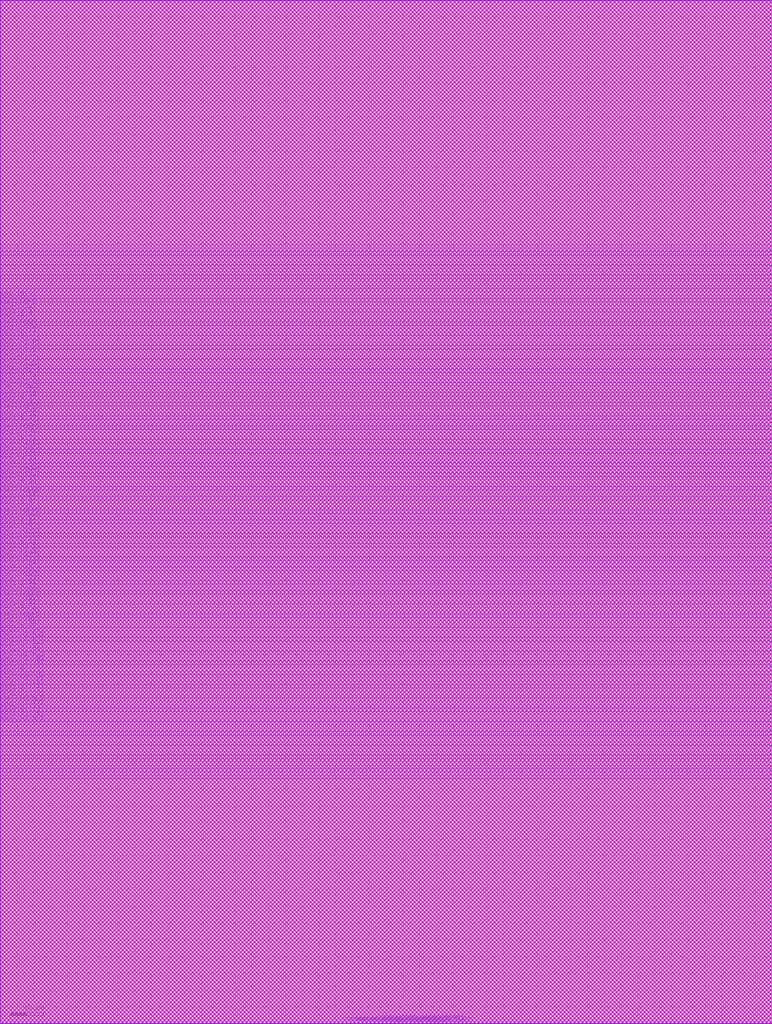
<source format=lef>
##
## LEF for PtnCells ;
## created by Innovus v15.23-s045_1 on Mon Mar 17 16:16:38 2025
##

VERSION 5.8 ;

BUSBITCHARS "[]" ;
DIVIDERCHAR "/" ;

MACRO fullchip
  CLASS BLOCK ;
  SIZE 920.0000 BY 1220.0000 ;
  FOREIGN fullchip 0.0000 0.0000 ;
  ORIGIN 0 0 ;
  SYMMETRY X Y R90 ;
  PIN clk
    DIRECTION INPUT ;
    USE SIGNAL ;
    PORT
      LAYER M3 ;
        RECT 407.8500 0.0000 407.9500 0.5200 ;
    END
  END clk
  PIN sum_in[23]
    DIRECTION INPUT ;
    USE SIGNAL ;
    PORT
      LAYER M3 ;
        RECT 467.8500 1219.4800 467.9500 1220.0000 ;
    END
  END sum_in[23]
  PIN sum_in[22]
    DIRECTION INPUT ;
    USE SIGNAL ;
    PORT
      LAYER M3 ;
        RECT 463.8500 1219.4800 463.9500 1220.0000 ;
    END
  END sum_in[22]
  PIN sum_in[21]
    DIRECTION INPUT ;
    USE SIGNAL ;
    PORT
      LAYER M3 ;
        RECT 459.8500 1219.4800 459.9500 1220.0000 ;
    END
  END sum_in[21]
  PIN sum_in[20]
    DIRECTION INPUT ;
    USE SIGNAL ;
    PORT
      LAYER M3 ;
        RECT 455.8500 1219.4800 455.9500 1220.0000 ;
    END
  END sum_in[20]
  PIN sum_in[19]
    DIRECTION INPUT ;
    USE SIGNAL ;
    PORT
      LAYER M3 ;
        RECT 451.8500 1219.4800 451.9500 1220.0000 ;
    END
  END sum_in[19]
  PIN sum_in[18]
    DIRECTION INPUT ;
    USE SIGNAL ;
    PORT
      LAYER M3 ;
        RECT 447.8500 1219.4800 447.9500 1220.0000 ;
    END
  END sum_in[18]
  PIN sum_in[17]
    DIRECTION INPUT ;
    USE SIGNAL ;
    PORT
      LAYER M3 ;
        RECT 443.8500 1219.4800 443.9500 1220.0000 ;
    END
  END sum_in[17]
  PIN sum_in[16]
    DIRECTION INPUT ;
    USE SIGNAL ;
    PORT
      LAYER M3 ;
        RECT 439.8500 1219.4800 439.9500 1220.0000 ;
    END
  END sum_in[16]
  PIN sum_in[15]
    DIRECTION INPUT ;
    USE SIGNAL ;
    PORT
      LAYER M3 ;
        RECT 435.8500 1219.4800 435.9500 1220.0000 ;
    END
  END sum_in[15]
  PIN sum_in[14]
    DIRECTION INPUT ;
    USE SIGNAL ;
    PORT
      LAYER M3 ;
        RECT 431.8500 1219.4800 431.9500 1220.0000 ;
    END
  END sum_in[14]
  PIN sum_in[13]
    DIRECTION INPUT ;
    USE SIGNAL ;
    PORT
      LAYER M3 ;
        RECT 427.8500 1219.4800 427.9500 1220.0000 ;
    END
  END sum_in[13]
  PIN sum_in[12]
    DIRECTION INPUT ;
    USE SIGNAL ;
    PORT
      LAYER M3 ;
        RECT 423.8500 1219.4800 423.9500 1220.0000 ;
    END
  END sum_in[12]
  PIN sum_in[11]
    DIRECTION INPUT ;
    USE SIGNAL ;
    PORT
      LAYER M3 ;
        RECT 419.8500 1219.4800 419.9500 1220.0000 ;
    END
  END sum_in[11]
  PIN sum_in[10]
    DIRECTION INPUT ;
    USE SIGNAL ;
    PORT
      LAYER M3 ;
        RECT 415.8500 1219.4800 415.9500 1220.0000 ;
    END
  END sum_in[10]
  PIN sum_in[9]
    DIRECTION INPUT ;
    USE SIGNAL ;
    PORT
      LAYER M3 ;
        RECT 411.8500 1219.4800 411.9500 1220.0000 ;
    END
  END sum_in[9]
  PIN sum_in[8]
    DIRECTION INPUT ;
    USE SIGNAL ;
    PORT
      LAYER M3 ;
        RECT 407.8500 1219.4800 407.9500 1220.0000 ;
    END
  END sum_in[8]
  PIN sum_in[7]
    DIRECTION INPUT ;
    USE SIGNAL ;
    PORT
      LAYER M3 ;
        RECT 403.8500 1219.4800 403.9500 1220.0000 ;
    END
  END sum_in[7]
  PIN sum_in[6]
    DIRECTION INPUT ;
    USE SIGNAL ;
    PORT
      LAYER M3 ;
        RECT 399.8500 1219.4800 399.9500 1220.0000 ;
    END
  END sum_in[6]
  PIN sum_in[5]
    DIRECTION INPUT ;
    USE SIGNAL ;
    PORT
      LAYER M3 ;
        RECT 395.8500 1219.4800 395.9500 1220.0000 ;
    END
  END sum_in[5]
  PIN sum_in[4]
    DIRECTION INPUT ;
    USE SIGNAL ;
    PORT
      LAYER M3 ;
        RECT 391.8500 1219.4800 391.9500 1220.0000 ;
    END
  END sum_in[4]
  PIN sum_in[3]
    DIRECTION INPUT ;
    USE SIGNAL ;
    PORT
      LAYER M3 ;
        RECT 387.8500 1219.4800 387.9500 1220.0000 ;
    END
  END sum_in[3]
  PIN sum_in[2]
    DIRECTION INPUT ;
    USE SIGNAL ;
    PORT
      LAYER M3 ;
        RECT 383.8500 1219.4800 383.9500 1220.0000 ;
    END
  END sum_in[2]
  PIN sum_in[1]
    DIRECTION INPUT ;
    USE SIGNAL ;
    PORT
      LAYER M3 ;
        RECT 379.8500 1219.4800 379.9500 1220.0000 ;
    END
  END sum_in[1]
  PIN sum_in[0]
    DIRECTION INPUT ;
    USE SIGNAL ;
    PORT
      LAYER M3 ;
        RECT 375.8500 1219.4800 375.9500 1220.0000 ;
    END
  END sum_in[0]
  PIN sum_out[23]
    DIRECTION OUTPUT ;
    USE SIGNAL ;
    PORT
      LAYER M3 ;
        RECT 511.8500 0.0000 511.9500 0.5200 ;
    END
  END sum_out[23]
  PIN sum_out[22]
    DIRECTION OUTPUT ;
    USE SIGNAL ;
    PORT
      LAYER M3 ;
        RECT 507.8500 0.0000 507.9500 0.5200 ;
    END
  END sum_out[22]
  PIN sum_out[21]
    DIRECTION OUTPUT ;
    USE SIGNAL ;
    PORT
      LAYER M3 ;
        RECT 503.8500 0.0000 503.9500 0.5200 ;
    END
  END sum_out[21]
  PIN sum_out[20]
    DIRECTION OUTPUT ;
    USE SIGNAL ;
    PORT
      LAYER M3 ;
        RECT 499.8500 0.0000 499.9500 0.5200 ;
    END
  END sum_out[20]
  PIN sum_out[19]
    DIRECTION OUTPUT ;
    USE SIGNAL ;
    PORT
      LAYER M3 ;
        RECT 495.8500 0.0000 495.9500 0.5200 ;
    END
  END sum_out[19]
  PIN sum_out[18]
    DIRECTION OUTPUT ;
    USE SIGNAL ;
    PORT
      LAYER M3 ;
        RECT 491.8500 0.0000 491.9500 0.5200 ;
    END
  END sum_out[18]
  PIN sum_out[17]
    DIRECTION OUTPUT ;
    USE SIGNAL ;
    PORT
      LAYER M3 ;
        RECT 487.8500 0.0000 487.9500 0.5200 ;
    END
  END sum_out[17]
  PIN sum_out[16]
    DIRECTION OUTPUT ;
    USE SIGNAL ;
    PORT
      LAYER M3 ;
        RECT 483.8500 0.0000 483.9500 0.5200 ;
    END
  END sum_out[16]
  PIN sum_out[15]
    DIRECTION OUTPUT ;
    USE SIGNAL ;
    PORT
      LAYER M3 ;
        RECT 479.8500 0.0000 479.9500 0.5200 ;
    END
  END sum_out[15]
  PIN sum_out[14]
    DIRECTION OUTPUT ;
    USE SIGNAL ;
    PORT
      LAYER M3 ;
        RECT 475.8500 0.0000 475.9500 0.5200 ;
    END
  END sum_out[14]
  PIN sum_out[13]
    DIRECTION OUTPUT ;
    USE SIGNAL ;
    PORT
      LAYER M3 ;
        RECT 471.8500 0.0000 471.9500 0.5200 ;
    END
  END sum_out[13]
  PIN sum_out[12]
    DIRECTION OUTPUT ;
    USE SIGNAL ;
    PORT
      LAYER M3 ;
        RECT 467.8500 0.0000 467.9500 0.5200 ;
    END
  END sum_out[12]
  PIN sum_out[11]
    DIRECTION OUTPUT ;
    USE SIGNAL ;
    PORT
      LAYER M3 ;
        RECT 463.8500 0.0000 463.9500 0.5200 ;
    END
  END sum_out[11]
  PIN sum_out[10]
    DIRECTION OUTPUT ;
    USE SIGNAL ;
    PORT
      LAYER M3 ;
        RECT 459.8500 0.0000 459.9500 0.5200 ;
    END
  END sum_out[10]
  PIN sum_out[9]
    DIRECTION OUTPUT ;
    USE SIGNAL ;
    PORT
      LAYER M3 ;
        RECT 455.8500 0.0000 455.9500 0.5200 ;
    END
  END sum_out[9]
  PIN sum_out[8]
    DIRECTION OUTPUT ;
    USE SIGNAL ;
    PORT
      LAYER M3 ;
        RECT 451.8500 0.0000 451.9500 0.5200 ;
    END
  END sum_out[8]
  PIN sum_out[7]
    DIRECTION OUTPUT ;
    USE SIGNAL ;
    PORT
      LAYER M3 ;
        RECT 447.8500 0.0000 447.9500 0.5200 ;
    END
  END sum_out[7]
  PIN sum_out[6]
    DIRECTION OUTPUT ;
    USE SIGNAL ;
    PORT
      LAYER M3 ;
        RECT 443.8500 0.0000 443.9500 0.5200 ;
    END
  END sum_out[6]
  PIN sum_out[5]
    DIRECTION OUTPUT ;
    USE SIGNAL ;
    PORT
      LAYER M3 ;
        RECT 439.8500 0.0000 439.9500 0.5200 ;
    END
  END sum_out[5]
  PIN sum_out[4]
    DIRECTION OUTPUT ;
    USE SIGNAL ;
    PORT
      LAYER M3 ;
        RECT 435.8500 0.0000 435.9500 0.5200 ;
    END
  END sum_out[4]
  PIN sum_out[3]
    DIRECTION OUTPUT ;
    USE SIGNAL ;
    PORT
      LAYER M3 ;
        RECT 431.8500 0.0000 431.9500 0.5200 ;
    END
  END sum_out[3]
  PIN sum_out[2]
    DIRECTION OUTPUT ;
    USE SIGNAL ;
    PORT
      LAYER M3 ;
        RECT 427.8500 0.0000 427.9500 0.5200 ;
    END
  END sum_out[2]
  PIN sum_out[1]
    DIRECTION OUTPUT ;
    USE SIGNAL ;
    PORT
      LAYER M3 ;
        RECT 423.8500 0.0000 423.9500 0.5200 ;
    END
  END sum_out[1]
  PIN sum_out[0]
    DIRECTION OUTPUT ;
    USE SIGNAL ;
    PORT
      LAYER M3 ;
        RECT 419.8500 0.0000 419.9500 0.5200 ;
    END
  END sum_out[0]
  PIN fifo_ext_rd
    DIRECTION INPUT ;
    USE SIGNAL ;
    PORT
      LAYER M3 ;
        RECT 411.8500 0.0000 411.9500 0.5200 ;
    END
  END fifo_ext_rd
  PIN mem_in[127]
    DIRECTION INPUT ;
    USE SIGNAL ;
    PORT
      LAYER M3 ;
        RECT 0.0000 356.1500 0.5200 356.2500 ;
    END
  END mem_in[127]
  PIN mem_in[126]
    DIRECTION INPUT ;
    USE SIGNAL ;
    PORT
      LAYER M3 ;
        RECT 0.0000 360.1500 0.5200 360.2500 ;
    END
  END mem_in[126]
  PIN mem_in[125]
    DIRECTION INPUT ;
    USE SIGNAL ;
    PORT
      LAYER M3 ;
        RECT 0.0000 364.1500 0.5200 364.2500 ;
    END
  END mem_in[125]
  PIN mem_in[124]
    DIRECTION INPUT ;
    USE SIGNAL ;
    PORT
      LAYER M3 ;
        RECT 0.0000 368.1500 0.5200 368.2500 ;
    END
  END mem_in[124]
  PIN mem_in[123]
    DIRECTION INPUT ;
    USE SIGNAL ;
    PORT
      LAYER M3 ;
        RECT 0.0000 372.1500 0.5200 372.2500 ;
    END
  END mem_in[123]
  PIN mem_in[122]
    DIRECTION INPUT ;
    USE SIGNAL ;
    PORT
      LAYER M3 ;
        RECT 0.0000 376.1500 0.5200 376.2500 ;
    END
  END mem_in[122]
  PIN mem_in[121]
    DIRECTION INPUT ;
    USE SIGNAL ;
    PORT
      LAYER M3 ;
        RECT 0.0000 380.1500 0.5200 380.2500 ;
    END
  END mem_in[121]
  PIN mem_in[120]
    DIRECTION INPUT ;
    USE SIGNAL ;
    PORT
      LAYER M3 ;
        RECT 0.0000 384.1500 0.5200 384.2500 ;
    END
  END mem_in[120]
  PIN mem_in[119]
    DIRECTION INPUT ;
    USE SIGNAL ;
    PORT
      LAYER M3 ;
        RECT 0.0000 388.1500 0.5200 388.2500 ;
    END
  END mem_in[119]
  PIN mem_in[118]
    DIRECTION INPUT ;
    USE SIGNAL ;
    PORT
      LAYER M3 ;
        RECT 0.0000 392.1500 0.5200 392.2500 ;
    END
  END mem_in[118]
  PIN mem_in[117]
    DIRECTION INPUT ;
    USE SIGNAL ;
    PORT
      LAYER M3 ;
        RECT 0.0000 396.1500 0.5200 396.2500 ;
    END
  END mem_in[117]
  PIN mem_in[116]
    DIRECTION INPUT ;
    USE SIGNAL ;
    PORT
      LAYER M3 ;
        RECT 0.0000 400.1500 0.5200 400.2500 ;
    END
  END mem_in[116]
  PIN mem_in[115]
    DIRECTION INPUT ;
    USE SIGNAL ;
    PORT
      LAYER M3 ;
        RECT 0.0000 404.1500 0.5200 404.2500 ;
    END
  END mem_in[115]
  PIN mem_in[114]
    DIRECTION INPUT ;
    USE SIGNAL ;
    PORT
      LAYER M3 ;
        RECT 0.0000 408.1500 0.5200 408.2500 ;
    END
  END mem_in[114]
  PIN mem_in[113]
    DIRECTION INPUT ;
    USE SIGNAL ;
    PORT
      LAYER M3 ;
        RECT 0.0000 412.1500 0.5200 412.2500 ;
    END
  END mem_in[113]
  PIN mem_in[112]
    DIRECTION INPUT ;
    USE SIGNAL ;
    PORT
      LAYER M3 ;
        RECT 0.0000 416.1500 0.5200 416.2500 ;
    END
  END mem_in[112]
  PIN mem_in[111]
    DIRECTION INPUT ;
    USE SIGNAL ;
    PORT
      LAYER M3 ;
        RECT 0.0000 420.1500 0.5200 420.2500 ;
    END
  END mem_in[111]
  PIN mem_in[110]
    DIRECTION INPUT ;
    USE SIGNAL ;
    PORT
      LAYER M3 ;
        RECT 0.0000 424.1500 0.5200 424.2500 ;
    END
  END mem_in[110]
  PIN mem_in[109]
    DIRECTION INPUT ;
    USE SIGNAL ;
    PORT
      LAYER M3 ;
        RECT 0.0000 428.1500 0.5200 428.2500 ;
    END
  END mem_in[109]
  PIN mem_in[108]
    DIRECTION INPUT ;
    USE SIGNAL ;
    PORT
      LAYER M3 ;
        RECT 0.0000 432.1500 0.5200 432.2500 ;
    END
  END mem_in[108]
  PIN mem_in[107]
    DIRECTION INPUT ;
    USE SIGNAL ;
    PORT
      LAYER M3 ;
        RECT 0.0000 436.1500 0.5200 436.2500 ;
    END
  END mem_in[107]
  PIN mem_in[106]
    DIRECTION INPUT ;
    USE SIGNAL ;
    PORT
      LAYER M3 ;
        RECT 0.0000 440.1500 0.5200 440.2500 ;
    END
  END mem_in[106]
  PIN mem_in[105]
    DIRECTION INPUT ;
    USE SIGNAL ;
    PORT
      LAYER M3 ;
        RECT 0.0000 444.1500 0.5200 444.2500 ;
    END
  END mem_in[105]
  PIN mem_in[104]
    DIRECTION INPUT ;
    USE SIGNAL ;
    PORT
      LAYER M3 ;
        RECT 0.0000 448.1500 0.5200 448.2500 ;
    END
  END mem_in[104]
  PIN mem_in[103]
    DIRECTION INPUT ;
    USE SIGNAL ;
    PORT
      LAYER M3 ;
        RECT 0.0000 452.1500 0.5200 452.2500 ;
    END
  END mem_in[103]
  PIN mem_in[102]
    DIRECTION INPUT ;
    USE SIGNAL ;
    PORT
      LAYER M3 ;
        RECT 0.0000 456.1500 0.5200 456.2500 ;
    END
  END mem_in[102]
  PIN mem_in[101]
    DIRECTION INPUT ;
    USE SIGNAL ;
    PORT
      LAYER M3 ;
        RECT 0.0000 460.1500 0.5200 460.2500 ;
    END
  END mem_in[101]
  PIN mem_in[100]
    DIRECTION INPUT ;
    USE SIGNAL ;
    PORT
      LAYER M3 ;
        RECT 0.0000 464.1500 0.5200 464.2500 ;
    END
  END mem_in[100]
  PIN mem_in[99]
    DIRECTION INPUT ;
    USE SIGNAL ;
    PORT
      LAYER M3 ;
        RECT 0.0000 468.1500 0.5200 468.2500 ;
    END
  END mem_in[99]
  PIN mem_in[98]
    DIRECTION INPUT ;
    USE SIGNAL ;
    PORT
      LAYER M3 ;
        RECT 0.0000 472.1500 0.5200 472.2500 ;
    END
  END mem_in[98]
  PIN mem_in[97]
    DIRECTION INPUT ;
    USE SIGNAL ;
    PORT
      LAYER M3 ;
        RECT 0.0000 476.1500 0.5200 476.2500 ;
    END
  END mem_in[97]
  PIN mem_in[96]
    DIRECTION INPUT ;
    USE SIGNAL ;
    PORT
      LAYER M3 ;
        RECT 0.0000 480.1500 0.5200 480.2500 ;
    END
  END mem_in[96]
  PIN mem_in[95]
    DIRECTION INPUT ;
    USE SIGNAL ;
    PORT
      LAYER M3 ;
        RECT 0.0000 484.1500 0.5200 484.2500 ;
    END
  END mem_in[95]
  PIN mem_in[94]
    DIRECTION INPUT ;
    USE SIGNAL ;
    PORT
      LAYER M3 ;
        RECT 0.0000 488.1500 0.5200 488.2500 ;
    END
  END mem_in[94]
  PIN mem_in[93]
    DIRECTION INPUT ;
    USE SIGNAL ;
    PORT
      LAYER M3 ;
        RECT 0.0000 492.1500 0.5200 492.2500 ;
    END
  END mem_in[93]
  PIN mem_in[92]
    DIRECTION INPUT ;
    USE SIGNAL ;
    PORT
      LAYER M3 ;
        RECT 0.0000 496.1500 0.5200 496.2500 ;
    END
  END mem_in[92]
  PIN mem_in[91]
    DIRECTION INPUT ;
    USE SIGNAL ;
    PORT
      LAYER M3 ;
        RECT 0.0000 500.1500 0.5200 500.2500 ;
    END
  END mem_in[91]
  PIN mem_in[90]
    DIRECTION INPUT ;
    USE SIGNAL ;
    PORT
      LAYER M3 ;
        RECT 0.0000 504.1500 0.5200 504.2500 ;
    END
  END mem_in[90]
  PIN mem_in[89]
    DIRECTION INPUT ;
    USE SIGNAL ;
    PORT
      LAYER M3 ;
        RECT 0.0000 508.1500 0.5200 508.2500 ;
    END
  END mem_in[89]
  PIN mem_in[88]
    DIRECTION INPUT ;
    USE SIGNAL ;
    PORT
      LAYER M3 ;
        RECT 0.0000 512.1500 0.5200 512.2500 ;
    END
  END mem_in[88]
  PIN mem_in[87]
    DIRECTION INPUT ;
    USE SIGNAL ;
    PORT
      LAYER M3 ;
        RECT 0.0000 516.1500 0.5200 516.2500 ;
    END
  END mem_in[87]
  PIN mem_in[86]
    DIRECTION INPUT ;
    USE SIGNAL ;
    PORT
      LAYER M3 ;
        RECT 0.0000 520.1500 0.5200 520.2500 ;
    END
  END mem_in[86]
  PIN mem_in[85]
    DIRECTION INPUT ;
    USE SIGNAL ;
    PORT
      LAYER M3 ;
        RECT 0.0000 524.1500 0.5200 524.2500 ;
    END
  END mem_in[85]
  PIN mem_in[84]
    DIRECTION INPUT ;
    USE SIGNAL ;
    PORT
      LAYER M3 ;
        RECT 0.0000 528.1500 0.5200 528.2500 ;
    END
  END mem_in[84]
  PIN mem_in[83]
    DIRECTION INPUT ;
    USE SIGNAL ;
    PORT
      LAYER M3 ;
        RECT 0.0000 532.1500 0.5200 532.2500 ;
    END
  END mem_in[83]
  PIN mem_in[82]
    DIRECTION INPUT ;
    USE SIGNAL ;
    PORT
      LAYER M3 ;
        RECT 0.0000 536.1500 0.5200 536.2500 ;
    END
  END mem_in[82]
  PIN mem_in[81]
    DIRECTION INPUT ;
    USE SIGNAL ;
    PORT
      LAYER M3 ;
        RECT 0.0000 540.1500 0.5200 540.2500 ;
    END
  END mem_in[81]
  PIN mem_in[80]
    DIRECTION INPUT ;
    USE SIGNAL ;
    PORT
      LAYER M3 ;
        RECT 0.0000 544.1500 0.5200 544.2500 ;
    END
  END mem_in[80]
  PIN mem_in[79]
    DIRECTION INPUT ;
    USE SIGNAL ;
    PORT
      LAYER M3 ;
        RECT 0.0000 548.1500 0.5200 548.2500 ;
    END
  END mem_in[79]
  PIN mem_in[78]
    DIRECTION INPUT ;
    USE SIGNAL ;
    PORT
      LAYER M3 ;
        RECT 0.0000 552.1500 0.5200 552.2500 ;
    END
  END mem_in[78]
  PIN mem_in[77]
    DIRECTION INPUT ;
    USE SIGNAL ;
    PORT
      LAYER M3 ;
        RECT 0.0000 556.1500 0.5200 556.2500 ;
    END
  END mem_in[77]
  PIN mem_in[76]
    DIRECTION INPUT ;
    USE SIGNAL ;
    PORT
      LAYER M3 ;
        RECT 0.0000 560.1500 0.5200 560.2500 ;
    END
  END mem_in[76]
  PIN mem_in[75]
    DIRECTION INPUT ;
    USE SIGNAL ;
    PORT
      LAYER M3 ;
        RECT 0.0000 564.1500 0.5200 564.2500 ;
    END
  END mem_in[75]
  PIN mem_in[74]
    DIRECTION INPUT ;
    USE SIGNAL ;
    PORT
      LAYER M3 ;
        RECT 0.0000 568.1500 0.5200 568.2500 ;
    END
  END mem_in[74]
  PIN mem_in[73]
    DIRECTION INPUT ;
    USE SIGNAL ;
    PORT
      LAYER M3 ;
        RECT 0.0000 572.1500 0.5200 572.2500 ;
    END
  END mem_in[73]
  PIN mem_in[72]
    DIRECTION INPUT ;
    USE SIGNAL ;
    PORT
      LAYER M3 ;
        RECT 0.0000 576.1500 0.5200 576.2500 ;
    END
  END mem_in[72]
  PIN mem_in[71]
    DIRECTION INPUT ;
    USE SIGNAL ;
    PORT
      LAYER M3 ;
        RECT 0.0000 580.1500 0.5200 580.2500 ;
    END
  END mem_in[71]
  PIN mem_in[70]
    DIRECTION INPUT ;
    USE SIGNAL ;
    PORT
      LAYER M3 ;
        RECT 0.0000 584.1500 0.5200 584.2500 ;
    END
  END mem_in[70]
  PIN mem_in[69]
    DIRECTION INPUT ;
    USE SIGNAL ;
    PORT
      LAYER M3 ;
        RECT 0.0000 588.1500 0.5200 588.2500 ;
    END
  END mem_in[69]
  PIN mem_in[68]
    DIRECTION INPUT ;
    USE SIGNAL ;
    PORT
      LAYER M3 ;
        RECT 0.0000 592.1500 0.5200 592.2500 ;
    END
  END mem_in[68]
  PIN mem_in[67]
    DIRECTION INPUT ;
    USE SIGNAL ;
    PORT
      LAYER M3 ;
        RECT 0.0000 596.1500 0.5200 596.2500 ;
    END
  END mem_in[67]
  PIN mem_in[66]
    DIRECTION INPUT ;
    USE SIGNAL ;
    PORT
      LAYER M3 ;
        RECT 0.0000 600.1500 0.5200 600.2500 ;
    END
  END mem_in[66]
  PIN mem_in[65]
    DIRECTION INPUT ;
    USE SIGNAL ;
    PORT
      LAYER M3 ;
        RECT 0.0000 604.1500 0.5200 604.2500 ;
    END
  END mem_in[65]
  PIN mem_in[64]
    DIRECTION INPUT ;
    USE SIGNAL ;
    PORT
      LAYER M3 ;
        RECT 0.0000 608.1500 0.5200 608.2500 ;
    END
  END mem_in[64]
  PIN mem_in[63]
    DIRECTION INPUT ;
    USE SIGNAL ;
    PORT
      LAYER M3 ;
        RECT 0.0000 612.1500 0.5200 612.2500 ;
    END
  END mem_in[63]
  PIN mem_in[62]
    DIRECTION INPUT ;
    USE SIGNAL ;
    PORT
      LAYER M3 ;
        RECT 0.0000 616.1500 0.5200 616.2500 ;
    END
  END mem_in[62]
  PIN mem_in[61]
    DIRECTION INPUT ;
    USE SIGNAL ;
    PORT
      LAYER M3 ;
        RECT 0.0000 620.1500 0.5200 620.2500 ;
    END
  END mem_in[61]
  PIN mem_in[60]
    DIRECTION INPUT ;
    USE SIGNAL ;
    PORT
      LAYER M3 ;
        RECT 0.0000 624.1500 0.5200 624.2500 ;
    END
  END mem_in[60]
  PIN mem_in[59]
    DIRECTION INPUT ;
    USE SIGNAL ;
    PORT
      LAYER M3 ;
        RECT 0.0000 628.1500 0.5200 628.2500 ;
    END
  END mem_in[59]
  PIN mem_in[58]
    DIRECTION INPUT ;
    USE SIGNAL ;
    PORT
      LAYER M3 ;
        RECT 0.0000 632.1500 0.5200 632.2500 ;
    END
  END mem_in[58]
  PIN mem_in[57]
    DIRECTION INPUT ;
    USE SIGNAL ;
    PORT
      LAYER M3 ;
        RECT 0.0000 636.1500 0.5200 636.2500 ;
    END
  END mem_in[57]
  PIN mem_in[56]
    DIRECTION INPUT ;
    USE SIGNAL ;
    PORT
      LAYER M3 ;
        RECT 0.0000 640.1500 0.5200 640.2500 ;
    END
  END mem_in[56]
  PIN mem_in[55]
    DIRECTION INPUT ;
    USE SIGNAL ;
    PORT
      LAYER M3 ;
        RECT 0.0000 644.1500 0.5200 644.2500 ;
    END
  END mem_in[55]
  PIN mem_in[54]
    DIRECTION INPUT ;
    USE SIGNAL ;
    PORT
      LAYER M3 ;
        RECT 0.0000 648.1500 0.5200 648.2500 ;
    END
  END mem_in[54]
  PIN mem_in[53]
    DIRECTION INPUT ;
    USE SIGNAL ;
    PORT
      LAYER M3 ;
        RECT 0.0000 652.1500 0.5200 652.2500 ;
    END
  END mem_in[53]
  PIN mem_in[52]
    DIRECTION INPUT ;
    USE SIGNAL ;
    PORT
      LAYER M3 ;
        RECT 0.0000 656.1500 0.5200 656.2500 ;
    END
  END mem_in[52]
  PIN mem_in[51]
    DIRECTION INPUT ;
    USE SIGNAL ;
    PORT
      LAYER M3 ;
        RECT 0.0000 660.1500 0.5200 660.2500 ;
    END
  END mem_in[51]
  PIN mem_in[50]
    DIRECTION INPUT ;
    USE SIGNAL ;
    PORT
      LAYER M3 ;
        RECT 0.0000 664.1500 0.5200 664.2500 ;
    END
  END mem_in[50]
  PIN mem_in[49]
    DIRECTION INPUT ;
    USE SIGNAL ;
    PORT
      LAYER M3 ;
        RECT 0.0000 668.1500 0.5200 668.2500 ;
    END
  END mem_in[49]
  PIN mem_in[48]
    DIRECTION INPUT ;
    USE SIGNAL ;
    PORT
      LAYER M3 ;
        RECT 0.0000 672.1500 0.5200 672.2500 ;
    END
  END mem_in[48]
  PIN mem_in[47]
    DIRECTION INPUT ;
    USE SIGNAL ;
    PORT
      LAYER M3 ;
        RECT 0.0000 676.1500 0.5200 676.2500 ;
    END
  END mem_in[47]
  PIN mem_in[46]
    DIRECTION INPUT ;
    USE SIGNAL ;
    PORT
      LAYER M3 ;
        RECT 0.0000 680.1500 0.5200 680.2500 ;
    END
  END mem_in[46]
  PIN mem_in[45]
    DIRECTION INPUT ;
    USE SIGNAL ;
    PORT
      LAYER M3 ;
        RECT 0.0000 684.1500 0.5200 684.2500 ;
    END
  END mem_in[45]
  PIN mem_in[44]
    DIRECTION INPUT ;
    USE SIGNAL ;
    PORT
      LAYER M3 ;
        RECT 0.0000 688.1500 0.5200 688.2500 ;
    END
  END mem_in[44]
  PIN mem_in[43]
    DIRECTION INPUT ;
    USE SIGNAL ;
    PORT
      LAYER M3 ;
        RECT 0.0000 692.1500 0.5200 692.2500 ;
    END
  END mem_in[43]
  PIN mem_in[42]
    DIRECTION INPUT ;
    USE SIGNAL ;
    PORT
      LAYER M3 ;
        RECT 0.0000 696.1500 0.5200 696.2500 ;
    END
  END mem_in[42]
  PIN mem_in[41]
    DIRECTION INPUT ;
    USE SIGNAL ;
    PORT
      LAYER M3 ;
        RECT 0.0000 700.1500 0.5200 700.2500 ;
    END
  END mem_in[41]
  PIN mem_in[40]
    DIRECTION INPUT ;
    USE SIGNAL ;
    PORT
      LAYER M3 ;
        RECT 0.0000 704.1500 0.5200 704.2500 ;
    END
  END mem_in[40]
  PIN mem_in[39]
    DIRECTION INPUT ;
    USE SIGNAL ;
    PORT
      LAYER M3 ;
        RECT 0.0000 708.1500 0.5200 708.2500 ;
    END
  END mem_in[39]
  PIN mem_in[38]
    DIRECTION INPUT ;
    USE SIGNAL ;
    PORT
      LAYER M3 ;
        RECT 0.0000 712.1500 0.5200 712.2500 ;
    END
  END mem_in[38]
  PIN mem_in[37]
    DIRECTION INPUT ;
    USE SIGNAL ;
    PORT
      LAYER M3 ;
        RECT 0.0000 716.1500 0.5200 716.2500 ;
    END
  END mem_in[37]
  PIN mem_in[36]
    DIRECTION INPUT ;
    USE SIGNAL ;
    PORT
      LAYER M3 ;
        RECT 0.0000 720.1500 0.5200 720.2500 ;
    END
  END mem_in[36]
  PIN mem_in[35]
    DIRECTION INPUT ;
    USE SIGNAL ;
    PORT
      LAYER M3 ;
        RECT 0.0000 724.1500 0.5200 724.2500 ;
    END
  END mem_in[35]
  PIN mem_in[34]
    DIRECTION INPUT ;
    USE SIGNAL ;
    PORT
      LAYER M3 ;
        RECT 0.0000 728.1500 0.5200 728.2500 ;
    END
  END mem_in[34]
  PIN mem_in[33]
    DIRECTION INPUT ;
    USE SIGNAL ;
    PORT
      LAYER M3 ;
        RECT 0.0000 732.1500 0.5200 732.2500 ;
    END
  END mem_in[33]
  PIN mem_in[32]
    DIRECTION INPUT ;
    USE SIGNAL ;
    PORT
      LAYER M3 ;
        RECT 0.0000 736.1500 0.5200 736.2500 ;
    END
  END mem_in[32]
  PIN mem_in[31]
    DIRECTION INPUT ;
    USE SIGNAL ;
    PORT
      LAYER M3 ;
        RECT 0.0000 740.1500 0.5200 740.2500 ;
    END
  END mem_in[31]
  PIN mem_in[30]
    DIRECTION INPUT ;
    USE SIGNAL ;
    PORT
      LAYER M3 ;
        RECT 0.0000 744.1500 0.5200 744.2500 ;
    END
  END mem_in[30]
  PIN mem_in[29]
    DIRECTION INPUT ;
    USE SIGNAL ;
    PORT
      LAYER M3 ;
        RECT 0.0000 748.1500 0.5200 748.2500 ;
    END
  END mem_in[29]
  PIN mem_in[28]
    DIRECTION INPUT ;
    USE SIGNAL ;
    PORT
      LAYER M3 ;
        RECT 0.0000 752.1500 0.5200 752.2500 ;
    END
  END mem_in[28]
  PIN mem_in[27]
    DIRECTION INPUT ;
    USE SIGNAL ;
    PORT
      LAYER M3 ;
        RECT 0.0000 756.1500 0.5200 756.2500 ;
    END
  END mem_in[27]
  PIN mem_in[26]
    DIRECTION INPUT ;
    USE SIGNAL ;
    PORT
      LAYER M3 ;
        RECT 0.0000 760.1500 0.5200 760.2500 ;
    END
  END mem_in[26]
  PIN mem_in[25]
    DIRECTION INPUT ;
    USE SIGNAL ;
    PORT
      LAYER M3 ;
        RECT 0.0000 764.1500 0.5200 764.2500 ;
    END
  END mem_in[25]
  PIN mem_in[24]
    DIRECTION INPUT ;
    USE SIGNAL ;
    PORT
      LAYER M3 ;
        RECT 0.0000 768.1500 0.5200 768.2500 ;
    END
  END mem_in[24]
  PIN mem_in[23]
    DIRECTION INPUT ;
    USE SIGNAL ;
    PORT
      LAYER M3 ;
        RECT 0.0000 772.1500 0.5200 772.2500 ;
    END
  END mem_in[23]
  PIN mem_in[22]
    DIRECTION INPUT ;
    USE SIGNAL ;
    PORT
      LAYER M3 ;
        RECT 0.0000 776.1500 0.5200 776.2500 ;
    END
  END mem_in[22]
  PIN mem_in[21]
    DIRECTION INPUT ;
    USE SIGNAL ;
    PORT
      LAYER M3 ;
        RECT 0.0000 780.1500 0.5200 780.2500 ;
    END
  END mem_in[21]
  PIN mem_in[20]
    DIRECTION INPUT ;
    USE SIGNAL ;
    PORT
      LAYER M3 ;
        RECT 0.0000 784.1500 0.5200 784.2500 ;
    END
  END mem_in[20]
  PIN mem_in[19]
    DIRECTION INPUT ;
    USE SIGNAL ;
    PORT
      LAYER M3 ;
        RECT 0.0000 788.1500 0.5200 788.2500 ;
    END
  END mem_in[19]
  PIN mem_in[18]
    DIRECTION INPUT ;
    USE SIGNAL ;
    PORT
      LAYER M3 ;
        RECT 0.0000 792.1500 0.5200 792.2500 ;
    END
  END mem_in[18]
  PIN mem_in[17]
    DIRECTION INPUT ;
    USE SIGNAL ;
    PORT
      LAYER M3 ;
        RECT 0.0000 796.1500 0.5200 796.2500 ;
    END
  END mem_in[17]
  PIN mem_in[16]
    DIRECTION INPUT ;
    USE SIGNAL ;
    PORT
      LAYER M3 ;
        RECT 0.0000 800.1500 0.5200 800.2500 ;
    END
  END mem_in[16]
  PIN mem_in[15]
    DIRECTION INPUT ;
    USE SIGNAL ;
    PORT
      LAYER M3 ;
        RECT 0.0000 804.1500 0.5200 804.2500 ;
    END
  END mem_in[15]
  PIN mem_in[14]
    DIRECTION INPUT ;
    USE SIGNAL ;
    PORT
      LAYER M3 ;
        RECT 0.0000 808.1500 0.5200 808.2500 ;
    END
  END mem_in[14]
  PIN mem_in[13]
    DIRECTION INPUT ;
    USE SIGNAL ;
    PORT
      LAYER M3 ;
        RECT 0.0000 812.1500 0.5200 812.2500 ;
    END
  END mem_in[13]
  PIN mem_in[12]
    DIRECTION INPUT ;
    USE SIGNAL ;
    PORT
      LAYER M3 ;
        RECT 0.0000 816.1500 0.5200 816.2500 ;
    END
  END mem_in[12]
  PIN mem_in[11]
    DIRECTION INPUT ;
    USE SIGNAL ;
    PORT
      LAYER M3 ;
        RECT 0.0000 820.1500 0.5200 820.2500 ;
    END
  END mem_in[11]
  PIN mem_in[10]
    DIRECTION INPUT ;
    USE SIGNAL ;
    PORT
      LAYER M3 ;
        RECT 0.0000 824.1500 0.5200 824.2500 ;
    END
  END mem_in[10]
  PIN mem_in[9]
    DIRECTION INPUT ;
    USE SIGNAL ;
    PORT
      LAYER M3 ;
        RECT 0.0000 828.1500 0.5200 828.2500 ;
    END
  END mem_in[9]
  PIN mem_in[8]
    DIRECTION INPUT ;
    USE SIGNAL ;
    PORT
      LAYER M3 ;
        RECT 0.0000 832.1500 0.5200 832.2500 ;
    END
  END mem_in[8]
  PIN mem_in[7]
    DIRECTION INPUT ;
    USE SIGNAL ;
    PORT
      LAYER M3 ;
        RECT 0.0000 836.1500 0.5200 836.2500 ;
    END
  END mem_in[7]
  PIN mem_in[6]
    DIRECTION INPUT ;
    USE SIGNAL ;
    PORT
      LAYER M3 ;
        RECT 0.0000 840.1500 0.5200 840.2500 ;
    END
  END mem_in[6]
  PIN mem_in[5]
    DIRECTION INPUT ;
    USE SIGNAL ;
    PORT
      LAYER M3 ;
        RECT 0.0000 844.1500 0.5200 844.2500 ;
    END
  END mem_in[5]
  PIN mem_in[4]
    DIRECTION INPUT ;
    USE SIGNAL ;
    PORT
      LAYER M3 ;
        RECT 0.0000 848.1500 0.5200 848.2500 ;
    END
  END mem_in[4]
  PIN mem_in[3]
    DIRECTION INPUT ;
    USE SIGNAL ;
    PORT
      LAYER M3 ;
        RECT 0.0000 852.1500 0.5200 852.2500 ;
    END
  END mem_in[3]
  PIN mem_in[2]
    DIRECTION INPUT ;
    USE SIGNAL ;
    PORT
      LAYER M3 ;
        RECT 0.0000 856.1500 0.5200 856.2500 ;
    END
  END mem_in[2]
  PIN mem_in[1]
    DIRECTION INPUT ;
    USE SIGNAL ;
    PORT
      LAYER M3 ;
        RECT 0.0000 860.1500 0.5200 860.2500 ;
    END
  END mem_in[1]
  PIN mem_in[0]
    DIRECTION INPUT ;
    USE SIGNAL ;
    PORT
      LAYER M3 ;
        RECT 0.0000 864.1500 0.5200 864.2500 ;
    END
  END mem_in[0]
  PIN out[159]
    DIRECTION OUTPUT ;
    USE SIGNAL ;
    PORT
      LAYER M3 ;
        RECT 919.4800 292.1500 920.0000 292.2500 ;
    END
  END out[159]
  PIN out[158]
    DIRECTION OUTPUT ;
    USE SIGNAL ;
    PORT
      LAYER M3 ;
        RECT 919.4800 296.1500 920.0000 296.2500 ;
    END
  END out[158]
  PIN out[157]
    DIRECTION OUTPUT ;
    USE SIGNAL ;
    PORT
      LAYER M3 ;
        RECT 919.4800 300.1500 920.0000 300.2500 ;
    END
  END out[157]
  PIN out[156]
    DIRECTION OUTPUT ;
    USE SIGNAL ;
    PORT
      LAYER M3 ;
        RECT 919.4800 304.1500 920.0000 304.2500 ;
    END
  END out[156]
  PIN out[155]
    DIRECTION OUTPUT ;
    USE SIGNAL ;
    PORT
      LAYER M3 ;
        RECT 919.4800 308.1500 920.0000 308.2500 ;
    END
  END out[155]
  PIN out[154]
    DIRECTION OUTPUT ;
    USE SIGNAL ;
    PORT
      LAYER M3 ;
        RECT 919.4800 312.1500 920.0000 312.2500 ;
    END
  END out[154]
  PIN out[153]
    DIRECTION OUTPUT ;
    USE SIGNAL ;
    PORT
      LAYER M3 ;
        RECT 919.4800 316.1500 920.0000 316.2500 ;
    END
  END out[153]
  PIN out[152]
    DIRECTION OUTPUT ;
    USE SIGNAL ;
    PORT
      LAYER M3 ;
        RECT 919.4800 320.1500 920.0000 320.2500 ;
    END
  END out[152]
  PIN out[151]
    DIRECTION OUTPUT ;
    USE SIGNAL ;
    PORT
      LAYER M3 ;
        RECT 919.4800 324.1500 920.0000 324.2500 ;
    END
  END out[151]
  PIN out[150]
    DIRECTION OUTPUT ;
    USE SIGNAL ;
    PORT
      LAYER M3 ;
        RECT 919.4800 328.1500 920.0000 328.2500 ;
    END
  END out[150]
  PIN out[149]
    DIRECTION OUTPUT ;
    USE SIGNAL ;
    PORT
      LAYER M3 ;
        RECT 919.4800 332.1500 920.0000 332.2500 ;
    END
  END out[149]
  PIN out[148]
    DIRECTION OUTPUT ;
    USE SIGNAL ;
    PORT
      LAYER M3 ;
        RECT 919.4800 336.1500 920.0000 336.2500 ;
    END
  END out[148]
  PIN out[147]
    DIRECTION OUTPUT ;
    USE SIGNAL ;
    PORT
      LAYER M3 ;
        RECT 919.4800 340.1500 920.0000 340.2500 ;
    END
  END out[147]
  PIN out[146]
    DIRECTION OUTPUT ;
    USE SIGNAL ;
    PORT
      LAYER M3 ;
        RECT 919.4800 344.1500 920.0000 344.2500 ;
    END
  END out[146]
  PIN out[145]
    DIRECTION OUTPUT ;
    USE SIGNAL ;
    PORT
      LAYER M3 ;
        RECT 919.4800 348.1500 920.0000 348.2500 ;
    END
  END out[145]
  PIN out[144]
    DIRECTION OUTPUT ;
    USE SIGNAL ;
    PORT
      LAYER M3 ;
        RECT 919.4800 352.1500 920.0000 352.2500 ;
    END
  END out[144]
  PIN out[143]
    DIRECTION OUTPUT ;
    USE SIGNAL ;
    PORT
      LAYER M3 ;
        RECT 919.4800 356.1500 920.0000 356.2500 ;
    END
  END out[143]
  PIN out[142]
    DIRECTION OUTPUT ;
    USE SIGNAL ;
    PORT
      LAYER M3 ;
        RECT 919.4800 360.1500 920.0000 360.2500 ;
    END
  END out[142]
  PIN out[141]
    DIRECTION OUTPUT ;
    USE SIGNAL ;
    PORT
      LAYER M3 ;
        RECT 919.4800 364.1500 920.0000 364.2500 ;
    END
  END out[141]
  PIN out[140]
    DIRECTION OUTPUT ;
    USE SIGNAL ;
    PORT
      LAYER M3 ;
        RECT 919.4800 368.1500 920.0000 368.2500 ;
    END
  END out[140]
  PIN out[139]
    DIRECTION OUTPUT ;
    USE SIGNAL ;
    PORT
      LAYER M3 ;
        RECT 919.4800 372.1500 920.0000 372.2500 ;
    END
  END out[139]
  PIN out[138]
    DIRECTION OUTPUT ;
    USE SIGNAL ;
    PORT
      LAYER M3 ;
        RECT 919.4800 376.1500 920.0000 376.2500 ;
    END
  END out[138]
  PIN out[137]
    DIRECTION OUTPUT ;
    USE SIGNAL ;
    PORT
      LAYER M3 ;
        RECT 919.4800 380.1500 920.0000 380.2500 ;
    END
  END out[137]
  PIN out[136]
    DIRECTION OUTPUT ;
    USE SIGNAL ;
    PORT
      LAYER M3 ;
        RECT 919.4800 384.1500 920.0000 384.2500 ;
    END
  END out[136]
  PIN out[135]
    DIRECTION OUTPUT ;
    USE SIGNAL ;
    PORT
      LAYER M3 ;
        RECT 919.4800 388.1500 920.0000 388.2500 ;
    END
  END out[135]
  PIN out[134]
    DIRECTION OUTPUT ;
    USE SIGNAL ;
    PORT
      LAYER M3 ;
        RECT 919.4800 392.1500 920.0000 392.2500 ;
    END
  END out[134]
  PIN out[133]
    DIRECTION OUTPUT ;
    USE SIGNAL ;
    PORT
      LAYER M3 ;
        RECT 919.4800 396.1500 920.0000 396.2500 ;
    END
  END out[133]
  PIN out[132]
    DIRECTION OUTPUT ;
    USE SIGNAL ;
    PORT
      LAYER M3 ;
        RECT 919.4800 400.1500 920.0000 400.2500 ;
    END
  END out[132]
  PIN out[131]
    DIRECTION OUTPUT ;
    USE SIGNAL ;
    PORT
      LAYER M3 ;
        RECT 919.4800 404.1500 920.0000 404.2500 ;
    END
  END out[131]
  PIN out[130]
    DIRECTION OUTPUT ;
    USE SIGNAL ;
    PORT
      LAYER M3 ;
        RECT 919.4800 408.1500 920.0000 408.2500 ;
    END
  END out[130]
  PIN out[129]
    DIRECTION OUTPUT ;
    USE SIGNAL ;
    PORT
      LAYER M3 ;
        RECT 919.4800 412.1500 920.0000 412.2500 ;
    END
  END out[129]
  PIN out[128]
    DIRECTION OUTPUT ;
    USE SIGNAL ;
    PORT
      LAYER M3 ;
        RECT 919.4800 416.1500 920.0000 416.2500 ;
    END
  END out[128]
  PIN out[127]
    DIRECTION OUTPUT ;
    USE SIGNAL ;
    PORT
      LAYER M3 ;
        RECT 919.4800 420.1500 920.0000 420.2500 ;
    END
  END out[127]
  PIN out[126]
    DIRECTION OUTPUT ;
    USE SIGNAL ;
    PORT
      LAYER M3 ;
        RECT 919.4800 424.1500 920.0000 424.2500 ;
    END
  END out[126]
  PIN out[125]
    DIRECTION OUTPUT ;
    USE SIGNAL ;
    PORT
      LAYER M3 ;
        RECT 919.4800 428.1500 920.0000 428.2500 ;
    END
  END out[125]
  PIN out[124]
    DIRECTION OUTPUT ;
    USE SIGNAL ;
    PORT
      LAYER M3 ;
        RECT 919.4800 432.1500 920.0000 432.2500 ;
    END
  END out[124]
  PIN out[123]
    DIRECTION OUTPUT ;
    USE SIGNAL ;
    PORT
      LAYER M3 ;
        RECT 919.4800 436.1500 920.0000 436.2500 ;
    END
  END out[123]
  PIN out[122]
    DIRECTION OUTPUT ;
    USE SIGNAL ;
    PORT
      LAYER M3 ;
        RECT 919.4800 440.1500 920.0000 440.2500 ;
    END
  END out[122]
  PIN out[121]
    DIRECTION OUTPUT ;
    USE SIGNAL ;
    PORT
      LAYER M3 ;
        RECT 919.4800 444.1500 920.0000 444.2500 ;
    END
  END out[121]
  PIN out[120]
    DIRECTION OUTPUT ;
    USE SIGNAL ;
    PORT
      LAYER M3 ;
        RECT 919.4800 448.1500 920.0000 448.2500 ;
    END
  END out[120]
  PIN out[119]
    DIRECTION OUTPUT ;
    USE SIGNAL ;
    PORT
      LAYER M3 ;
        RECT 919.4800 452.1500 920.0000 452.2500 ;
    END
  END out[119]
  PIN out[118]
    DIRECTION OUTPUT ;
    USE SIGNAL ;
    PORT
      LAYER M3 ;
        RECT 919.4800 456.1500 920.0000 456.2500 ;
    END
  END out[118]
  PIN out[117]
    DIRECTION OUTPUT ;
    USE SIGNAL ;
    PORT
      LAYER M3 ;
        RECT 919.4800 460.1500 920.0000 460.2500 ;
    END
  END out[117]
  PIN out[116]
    DIRECTION OUTPUT ;
    USE SIGNAL ;
    PORT
      LAYER M3 ;
        RECT 919.4800 464.1500 920.0000 464.2500 ;
    END
  END out[116]
  PIN out[115]
    DIRECTION OUTPUT ;
    USE SIGNAL ;
    PORT
      LAYER M3 ;
        RECT 919.4800 468.1500 920.0000 468.2500 ;
    END
  END out[115]
  PIN out[114]
    DIRECTION OUTPUT ;
    USE SIGNAL ;
    PORT
      LAYER M3 ;
        RECT 919.4800 472.1500 920.0000 472.2500 ;
    END
  END out[114]
  PIN out[113]
    DIRECTION OUTPUT ;
    USE SIGNAL ;
    PORT
      LAYER M3 ;
        RECT 919.4800 476.1500 920.0000 476.2500 ;
    END
  END out[113]
  PIN out[112]
    DIRECTION OUTPUT ;
    USE SIGNAL ;
    PORT
      LAYER M3 ;
        RECT 919.4800 480.1500 920.0000 480.2500 ;
    END
  END out[112]
  PIN out[111]
    DIRECTION OUTPUT ;
    USE SIGNAL ;
    PORT
      LAYER M3 ;
        RECT 919.4800 484.1500 920.0000 484.2500 ;
    END
  END out[111]
  PIN out[110]
    DIRECTION OUTPUT ;
    USE SIGNAL ;
    PORT
      LAYER M3 ;
        RECT 919.4800 488.1500 920.0000 488.2500 ;
    END
  END out[110]
  PIN out[109]
    DIRECTION OUTPUT ;
    USE SIGNAL ;
    PORT
      LAYER M3 ;
        RECT 919.4800 492.1500 920.0000 492.2500 ;
    END
  END out[109]
  PIN out[108]
    DIRECTION OUTPUT ;
    USE SIGNAL ;
    PORT
      LAYER M3 ;
        RECT 919.4800 496.1500 920.0000 496.2500 ;
    END
  END out[108]
  PIN out[107]
    DIRECTION OUTPUT ;
    USE SIGNAL ;
    PORT
      LAYER M3 ;
        RECT 919.4800 500.1500 920.0000 500.2500 ;
    END
  END out[107]
  PIN out[106]
    DIRECTION OUTPUT ;
    USE SIGNAL ;
    PORT
      LAYER M3 ;
        RECT 919.4800 504.1500 920.0000 504.2500 ;
    END
  END out[106]
  PIN out[105]
    DIRECTION OUTPUT ;
    USE SIGNAL ;
    PORT
      LAYER M3 ;
        RECT 919.4800 508.1500 920.0000 508.2500 ;
    END
  END out[105]
  PIN out[104]
    DIRECTION OUTPUT ;
    USE SIGNAL ;
    PORT
      LAYER M3 ;
        RECT 919.4800 512.1500 920.0000 512.2500 ;
    END
  END out[104]
  PIN out[103]
    DIRECTION OUTPUT ;
    USE SIGNAL ;
    PORT
      LAYER M3 ;
        RECT 919.4800 516.1500 920.0000 516.2500 ;
    END
  END out[103]
  PIN out[102]
    DIRECTION OUTPUT ;
    USE SIGNAL ;
    PORT
      LAYER M3 ;
        RECT 919.4800 520.1500 920.0000 520.2500 ;
    END
  END out[102]
  PIN out[101]
    DIRECTION OUTPUT ;
    USE SIGNAL ;
    PORT
      LAYER M3 ;
        RECT 919.4800 524.1500 920.0000 524.2500 ;
    END
  END out[101]
  PIN out[100]
    DIRECTION OUTPUT ;
    USE SIGNAL ;
    PORT
      LAYER M3 ;
        RECT 919.4800 528.1500 920.0000 528.2500 ;
    END
  END out[100]
  PIN out[99]
    DIRECTION OUTPUT ;
    USE SIGNAL ;
    PORT
      LAYER M3 ;
        RECT 919.4800 532.1500 920.0000 532.2500 ;
    END
  END out[99]
  PIN out[98]
    DIRECTION OUTPUT ;
    USE SIGNAL ;
    PORT
      LAYER M3 ;
        RECT 919.4800 536.1500 920.0000 536.2500 ;
    END
  END out[98]
  PIN out[97]
    DIRECTION OUTPUT ;
    USE SIGNAL ;
    PORT
      LAYER M3 ;
        RECT 919.4800 540.1500 920.0000 540.2500 ;
    END
  END out[97]
  PIN out[96]
    DIRECTION OUTPUT ;
    USE SIGNAL ;
    PORT
      LAYER M3 ;
        RECT 919.4800 544.1500 920.0000 544.2500 ;
    END
  END out[96]
  PIN out[95]
    DIRECTION OUTPUT ;
    USE SIGNAL ;
    PORT
      LAYER M3 ;
        RECT 919.4800 548.1500 920.0000 548.2500 ;
    END
  END out[95]
  PIN out[94]
    DIRECTION OUTPUT ;
    USE SIGNAL ;
    PORT
      LAYER M3 ;
        RECT 919.4800 552.1500 920.0000 552.2500 ;
    END
  END out[94]
  PIN out[93]
    DIRECTION OUTPUT ;
    USE SIGNAL ;
    PORT
      LAYER M3 ;
        RECT 919.4800 556.1500 920.0000 556.2500 ;
    END
  END out[93]
  PIN out[92]
    DIRECTION OUTPUT ;
    USE SIGNAL ;
    PORT
      LAYER M3 ;
        RECT 919.4800 560.1500 920.0000 560.2500 ;
    END
  END out[92]
  PIN out[91]
    DIRECTION OUTPUT ;
    USE SIGNAL ;
    PORT
      LAYER M3 ;
        RECT 919.4800 564.1500 920.0000 564.2500 ;
    END
  END out[91]
  PIN out[90]
    DIRECTION OUTPUT ;
    USE SIGNAL ;
    PORT
      LAYER M3 ;
        RECT 919.4800 568.1500 920.0000 568.2500 ;
    END
  END out[90]
  PIN out[89]
    DIRECTION OUTPUT ;
    USE SIGNAL ;
    PORT
      LAYER M3 ;
        RECT 919.4800 572.1500 920.0000 572.2500 ;
    END
  END out[89]
  PIN out[88]
    DIRECTION OUTPUT ;
    USE SIGNAL ;
    PORT
      LAYER M3 ;
        RECT 919.4800 576.1500 920.0000 576.2500 ;
    END
  END out[88]
  PIN out[87]
    DIRECTION OUTPUT ;
    USE SIGNAL ;
    PORT
      LAYER M3 ;
        RECT 919.4800 580.1500 920.0000 580.2500 ;
    END
  END out[87]
  PIN out[86]
    DIRECTION OUTPUT ;
    USE SIGNAL ;
    PORT
      LAYER M3 ;
        RECT 919.4800 584.1500 920.0000 584.2500 ;
    END
  END out[86]
  PIN out[85]
    DIRECTION OUTPUT ;
    USE SIGNAL ;
    PORT
      LAYER M3 ;
        RECT 919.4800 588.1500 920.0000 588.2500 ;
    END
  END out[85]
  PIN out[84]
    DIRECTION OUTPUT ;
    USE SIGNAL ;
    PORT
      LAYER M3 ;
        RECT 919.4800 592.1500 920.0000 592.2500 ;
    END
  END out[84]
  PIN out[83]
    DIRECTION OUTPUT ;
    USE SIGNAL ;
    PORT
      LAYER M3 ;
        RECT 919.4800 596.1500 920.0000 596.2500 ;
    END
  END out[83]
  PIN out[82]
    DIRECTION OUTPUT ;
    USE SIGNAL ;
    PORT
      LAYER M3 ;
        RECT 919.4800 600.1500 920.0000 600.2500 ;
    END
  END out[82]
  PIN out[81]
    DIRECTION OUTPUT ;
    USE SIGNAL ;
    PORT
      LAYER M3 ;
        RECT 919.4800 604.1500 920.0000 604.2500 ;
    END
  END out[81]
  PIN out[80]
    DIRECTION OUTPUT ;
    USE SIGNAL ;
    PORT
      LAYER M3 ;
        RECT 919.4800 608.1500 920.0000 608.2500 ;
    END
  END out[80]
  PIN out[79]
    DIRECTION OUTPUT ;
    USE SIGNAL ;
    PORT
      LAYER M3 ;
        RECT 919.4800 612.1500 920.0000 612.2500 ;
    END
  END out[79]
  PIN out[78]
    DIRECTION OUTPUT ;
    USE SIGNAL ;
    PORT
      LAYER M3 ;
        RECT 919.4800 616.1500 920.0000 616.2500 ;
    END
  END out[78]
  PIN out[77]
    DIRECTION OUTPUT ;
    USE SIGNAL ;
    PORT
      LAYER M3 ;
        RECT 919.4800 620.1500 920.0000 620.2500 ;
    END
  END out[77]
  PIN out[76]
    DIRECTION OUTPUT ;
    USE SIGNAL ;
    PORT
      LAYER M3 ;
        RECT 919.4800 624.1500 920.0000 624.2500 ;
    END
  END out[76]
  PIN out[75]
    DIRECTION OUTPUT ;
    USE SIGNAL ;
    PORT
      LAYER M3 ;
        RECT 919.4800 628.1500 920.0000 628.2500 ;
    END
  END out[75]
  PIN out[74]
    DIRECTION OUTPUT ;
    USE SIGNAL ;
    PORT
      LAYER M3 ;
        RECT 919.4800 632.1500 920.0000 632.2500 ;
    END
  END out[74]
  PIN out[73]
    DIRECTION OUTPUT ;
    USE SIGNAL ;
    PORT
      LAYER M3 ;
        RECT 919.4800 636.1500 920.0000 636.2500 ;
    END
  END out[73]
  PIN out[72]
    DIRECTION OUTPUT ;
    USE SIGNAL ;
    PORT
      LAYER M3 ;
        RECT 919.4800 640.1500 920.0000 640.2500 ;
    END
  END out[72]
  PIN out[71]
    DIRECTION OUTPUT ;
    USE SIGNAL ;
    PORT
      LAYER M3 ;
        RECT 919.4800 644.1500 920.0000 644.2500 ;
    END
  END out[71]
  PIN out[70]
    DIRECTION OUTPUT ;
    USE SIGNAL ;
    PORT
      LAYER M3 ;
        RECT 919.4800 648.1500 920.0000 648.2500 ;
    END
  END out[70]
  PIN out[69]
    DIRECTION OUTPUT ;
    USE SIGNAL ;
    PORT
      LAYER M3 ;
        RECT 919.4800 652.1500 920.0000 652.2500 ;
    END
  END out[69]
  PIN out[68]
    DIRECTION OUTPUT ;
    USE SIGNAL ;
    PORT
      LAYER M3 ;
        RECT 919.4800 656.1500 920.0000 656.2500 ;
    END
  END out[68]
  PIN out[67]
    DIRECTION OUTPUT ;
    USE SIGNAL ;
    PORT
      LAYER M3 ;
        RECT 919.4800 660.1500 920.0000 660.2500 ;
    END
  END out[67]
  PIN out[66]
    DIRECTION OUTPUT ;
    USE SIGNAL ;
    PORT
      LAYER M3 ;
        RECT 919.4800 664.1500 920.0000 664.2500 ;
    END
  END out[66]
  PIN out[65]
    DIRECTION OUTPUT ;
    USE SIGNAL ;
    PORT
      LAYER M3 ;
        RECT 919.4800 668.1500 920.0000 668.2500 ;
    END
  END out[65]
  PIN out[64]
    DIRECTION OUTPUT ;
    USE SIGNAL ;
    PORT
      LAYER M3 ;
        RECT 919.4800 672.1500 920.0000 672.2500 ;
    END
  END out[64]
  PIN out[63]
    DIRECTION OUTPUT ;
    USE SIGNAL ;
    PORT
      LAYER M3 ;
        RECT 919.4800 676.1500 920.0000 676.2500 ;
    END
  END out[63]
  PIN out[62]
    DIRECTION OUTPUT ;
    USE SIGNAL ;
    PORT
      LAYER M3 ;
        RECT 919.4800 680.1500 920.0000 680.2500 ;
    END
  END out[62]
  PIN out[61]
    DIRECTION OUTPUT ;
    USE SIGNAL ;
    PORT
      LAYER M3 ;
        RECT 919.4800 684.1500 920.0000 684.2500 ;
    END
  END out[61]
  PIN out[60]
    DIRECTION OUTPUT ;
    USE SIGNAL ;
    PORT
      LAYER M3 ;
        RECT 919.4800 688.1500 920.0000 688.2500 ;
    END
  END out[60]
  PIN out[59]
    DIRECTION OUTPUT ;
    USE SIGNAL ;
    PORT
      LAYER M3 ;
        RECT 919.4800 692.1500 920.0000 692.2500 ;
    END
  END out[59]
  PIN out[58]
    DIRECTION OUTPUT ;
    USE SIGNAL ;
    PORT
      LAYER M3 ;
        RECT 919.4800 696.1500 920.0000 696.2500 ;
    END
  END out[58]
  PIN out[57]
    DIRECTION OUTPUT ;
    USE SIGNAL ;
    PORT
      LAYER M3 ;
        RECT 919.4800 700.1500 920.0000 700.2500 ;
    END
  END out[57]
  PIN out[56]
    DIRECTION OUTPUT ;
    USE SIGNAL ;
    PORT
      LAYER M3 ;
        RECT 919.4800 704.1500 920.0000 704.2500 ;
    END
  END out[56]
  PIN out[55]
    DIRECTION OUTPUT ;
    USE SIGNAL ;
    PORT
      LAYER M3 ;
        RECT 919.4800 708.1500 920.0000 708.2500 ;
    END
  END out[55]
  PIN out[54]
    DIRECTION OUTPUT ;
    USE SIGNAL ;
    PORT
      LAYER M3 ;
        RECT 919.4800 712.1500 920.0000 712.2500 ;
    END
  END out[54]
  PIN out[53]
    DIRECTION OUTPUT ;
    USE SIGNAL ;
    PORT
      LAYER M3 ;
        RECT 919.4800 716.1500 920.0000 716.2500 ;
    END
  END out[53]
  PIN out[52]
    DIRECTION OUTPUT ;
    USE SIGNAL ;
    PORT
      LAYER M3 ;
        RECT 919.4800 720.1500 920.0000 720.2500 ;
    END
  END out[52]
  PIN out[51]
    DIRECTION OUTPUT ;
    USE SIGNAL ;
    PORT
      LAYER M3 ;
        RECT 919.4800 724.1500 920.0000 724.2500 ;
    END
  END out[51]
  PIN out[50]
    DIRECTION OUTPUT ;
    USE SIGNAL ;
    PORT
      LAYER M3 ;
        RECT 919.4800 728.1500 920.0000 728.2500 ;
    END
  END out[50]
  PIN out[49]
    DIRECTION OUTPUT ;
    USE SIGNAL ;
    PORT
      LAYER M3 ;
        RECT 919.4800 732.1500 920.0000 732.2500 ;
    END
  END out[49]
  PIN out[48]
    DIRECTION OUTPUT ;
    USE SIGNAL ;
    PORT
      LAYER M3 ;
        RECT 919.4800 736.1500 920.0000 736.2500 ;
    END
  END out[48]
  PIN out[47]
    DIRECTION OUTPUT ;
    USE SIGNAL ;
    PORT
      LAYER M3 ;
        RECT 919.4800 740.1500 920.0000 740.2500 ;
    END
  END out[47]
  PIN out[46]
    DIRECTION OUTPUT ;
    USE SIGNAL ;
    PORT
      LAYER M3 ;
        RECT 919.4800 744.1500 920.0000 744.2500 ;
    END
  END out[46]
  PIN out[45]
    DIRECTION OUTPUT ;
    USE SIGNAL ;
    PORT
      LAYER M3 ;
        RECT 919.4800 748.1500 920.0000 748.2500 ;
    END
  END out[45]
  PIN out[44]
    DIRECTION OUTPUT ;
    USE SIGNAL ;
    PORT
      LAYER M3 ;
        RECT 919.4800 752.1500 920.0000 752.2500 ;
    END
  END out[44]
  PIN out[43]
    DIRECTION OUTPUT ;
    USE SIGNAL ;
    PORT
      LAYER M3 ;
        RECT 919.4800 756.1500 920.0000 756.2500 ;
    END
  END out[43]
  PIN out[42]
    DIRECTION OUTPUT ;
    USE SIGNAL ;
    PORT
      LAYER M3 ;
        RECT 919.4800 760.1500 920.0000 760.2500 ;
    END
  END out[42]
  PIN out[41]
    DIRECTION OUTPUT ;
    USE SIGNAL ;
    PORT
      LAYER M3 ;
        RECT 919.4800 764.1500 920.0000 764.2500 ;
    END
  END out[41]
  PIN out[40]
    DIRECTION OUTPUT ;
    USE SIGNAL ;
    PORT
      LAYER M3 ;
        RECT 919.4800 768.1500 920.0000 768.2500 ;
    END
  END out[40]
  PIN out[39]
    DIRECTION OUTPUT ;
    USE SIGNAL ;
    PORT
      LAYER M3 ;
        RECT 919.4800 772.1500 920.0000 772.2500 ;
    END
  END out[39]
  PIN out[38]
    DIRECTION OUTPUT ;
    USE SIGNAL ;
    PORT
      LAYER M3 ;
        RECT 919.4800 776.1500 920.0000 776.2500 ;
    END
  END out[38]
  PIN out[37]
    DIRECTION OUTPUT ;
    USE SIGNAL ;
    PORT
      LAYER M3 ;
        RECT 919.4800 780.1500 920.0000 780.2500 ;
    END
  END out[37]
  PIN out[36]
    DIRECTION OUTPUT ;
    USE SIGNAL ;
    PORT
      LAYER M3 ;
        RECT 919.4800 784.1500 920.0000 784.2500 ;
    END
  END out[36]
  PIN out[35]
    DIRECTION OUTPUT ;
    USE SIGNAL ;
    PORT
      LAYER M3 ;
        RECT 919.4800 788.1500 920.0000 788.2500 ;
    END
  END out[35]
  PIN out[34]
    DIRECTION OUTPUT ;
    USE SIGNAL ;
    PORT
      LAYER M3 ;
        RECT 919.4800 792.1500 920.0000 792.2500 ;
    END
  END out[34]
  PIN out[33]
    DIRECTION OUTPUT ;
    USE SIGNAL ;
    PORT
      LAYER M3 ;
        RECT 919.4800 796.1500 920.0000 796.2500 ;
    END
  END out[33]
  PIN out[32]
    DIRECTION OUTPUT ;
    USE SIGNAL ;
    PORT
      LAYER M3 ;
        RECT 919.4800 800.1500 920.0000 800.2500 ;
    END
  END out[32]
  PIN out[31]
    DIRECTION OUTPUT ;
    USE SIGNAL ;
    PORT
      LAYER M3 ;
        RECT 919.4800 804.1500 920.0000 804.2500 ;
    END
  END out[31]
  PIN out[30]
    DIRECTION OUTPUT ;
    USE SIGNAL ;
    PORT
      LAYER M3 ;
        RECT 919.4800 808.1500 920.0000 808.2500 ;
    END
  END out[30]
  PIN out[29]
    DIRECTION OUTPUT ;
    USE SIGNAL ;
    PORT
      LAYER M3 ;
        RECT 919.4800 812.1500 920.0000 812.2500 ;
    END
  END out[29]
  PIN out[28]
    DIRECTION OUTPUT ;
    USE SIGNAL ;
    PORT
      LAYER M3 ;
        RECT 919.4800 816.1500 920.0000 816.2500 ;
    END
  END out[28]
  PIN out[27]
    DIRECTION OUTPUT ;
    USE SIGNAL ;
    PORT
      LAYER M3 ;
        RECT 919.4800 820.1500 920.0000 820.2500 ;
    END
  END out[27]
  PIN out[26]
    DIRECTION OUTPUT ;
    USE SIGNAL ;
    PORT
      LAYER M3 ;
        RECT 919.4800 824.1500 920.0000 824.2500 ;
    END
  END out[26]
  PIN out[25]
    DIRECTION OUTPUT ;
    USE SIGNAL ;
    PORT
      LAYER M3 ;
        RECT 919.4800 828.1500 920.0000 828.2500 ;
    END
  END out[25]
  PIN out[24]
    DIRECTION OUTPUT ;
    USE SIGNAL ;
    PORT
      LAYER M3 ;
        RECT 919.4800 832.1500 920.0000 832.2500 ;
    END
  END out[24]
  PIN out[23]
    DIRECTION OUTPUT ;
    USE SIGNAL ;
    PORT
      LAYER M3 ;
        RECT 919.4800 836.1500 920.0000 836.2500 ;
    END
  END out[23]
  PIN out[22]
    DIRECTION OUTPUT ;
    USE SIGNAL ;
    PORT
      LAYER M3 ;
        RECT 919.4800 840.1500 920.0000 840.2500 ;
    END
  END out[22]
  PIN out[21]
    DIRECTION OUTPUT ;
    USE SIGNAL ;
    PORT
      LAYER M3 ;
        RECT 919.4800 844.1500 920.0000 844.2500 ;
    END
  END out[21]
  PIN out[20]
    DIRECTION OUTPUT ;
    USE SIGNAL ;
    PORT
      LAYER M3 ;
        RECT 919.4800 848.1500 920.0000 848.2500 ;
    END
  END out[20]
  PIN out[19]
    DIRECTION OUTPUT ;
    USE SIGNAL ;
    PORT
      LAYER M3 ;
        RECT 919.4800 852.1500 920.0000 852.2500 ;
    END
  END out[19]
  PIN out[18]
    DIRECTION OUTPUT ;
    USE SIGNAL ;
    PORT
      LAYER M3 ;
        RECT 919.4800 856.1500 920.0000 856.2500 ;
    END
  END out[18]
  PIN out[17]
    DIRECTION OUTPUT ;
    USE SIGNAL ;
    PORT
      LAYER M3 ;
        RECT 919.4800 860.1500 920.0000 860.2500 ;
    END
  END out[17]
  PIN out[16]
    DIRECTION OUTPUT ;
    USE SIGNAL ;
    PORT
      LAYER M3 ;
        RECT 919.4800 864.1500 920.0000 864.2500 ;
    END
  END out[16]
  PIN out[15]
    DIRECTION OUTPUT ;
    USE SIGNAL ;
    PORT
      LAYER M3 ;
        RECT 919.4800 868.1500 920.0000 868.2500 ;
    END
  END out[15]
  PIN out[14]
    DIRECTION OUTPUT ;
    USE SIGNAL ;
    PORT
      LAYER M3 ;
        RECT 919.4800 872.1500 920.0000 872.2500 ;
    END
  END out[14]
  PIN out[13]
    DIRECTION OUTPUT ;
    USE SIGNAL ;
    PORT
      LAYER M3 ;
        RECT 919.4800 876.1500 920.0000 876.2500 ;
    END
  END out[13]
  PIN out[12]
    DIRECTION OUTPUT ;
    USE SIGNAL ;
    PORT
      LAYER M3 ;
        RECT 919.4800 880.1500 920.0000 880.2500 ;
    END
  END out[12]
  PIN out[11]
    DIRECTION OUTPUT ;
    USE SIGNAL ;
    PORT
      LAYER M3 ;
        RECT 919.4800 884.1500 920.0000 884.2500 ;
    END
  END out[11]
  PIN out[10]
    DIRECTION OUTPUT ;
    USE SIGNAL ;
    PORT
      LAYER M3 ;
        RECT 919.4800 888.1500 920.0000 888.2500 ;
    END
  END out[10]
  PIN out[9]
    DIRECTION OUTPUT ;
    USE SIGNAL ;
    PORT
      LAYER M3 ;
        RECT 919.4800 892.1500 920.0000 892.2500 ;
    END
  END out[9]
  PIN out[8]
    DIRECTION OUTPUT ;
    USE SIGNAL ;
    PORT
      LAYER M3 ;
        RECT 919.4800 896.1500 920.0000 896.2500 ;
    END
  END out[8]
  PIN out[7]
    DIRECTION OUTPUT ;
    USE SIGNAL ;
    PORT
      LAYER M3 ;
        RECT 919.4800 900.1500 920.0000 900.2500 ;
    END
  END out[7]
  PIN out[6]
    DIRECTION OUTPUT ;
    USE SIGNAL ;
    PORT
      LAYER M3 ;
        RECT 919.4800 904.1500 920.0000 904.2500 ;
    END
  END out[6]
  PIN out[5]
    DIRECTION OUTPUT ;
    USE SIGNAL ;
    PORT
      LAYER M3 ;
        RECT 919.4800 908.1500 920.0000 908.2500 ;
    END
  END out[5]
  PIN out[4]
    DIRECTION OUTPUT ;
    USE SIGNAL ;
    PORT
      LAYER M3 ;
        RECT 919.4800 912.1500 920.0000 912.2500 ;
    END
  END out[4]
  PIN out[3]
    DIRECTION OUTPUT ;
    USE SIGNAL ;
    PORT
      LAYER M3 ;
        RECT 919.4800 916.1500 920.0000 916.2500 ;
    END
  END out[3]
  PIN out[2]
    DIRECTION OUTPUT ;
    USE SIGNAL ;
    PORT
      LAYER M3 ;
        RECT 919.4800 920.1500 920.0000 920.2500 ;
    END
  END out[2]
  PIN out[1]
    DIRECTION OUTPUT ;
    USE SIGNAL ;
    PORT
      LAYER M3 ;
        RECT 919.4800 924.1500 920.0000 924.2500 ;
    END
  END out[1]
  PIN out[0]
    DIRECTION OUTPUT ;
    USE SIGNAL ;
    PORT
      LAYER M3 ;
        RECT 919.4800 928.1500 920.0000 928.2500 ;
    END
  END out[0]
  PIN inst[18]
    DIRECTION INPUT ;
    USE SIGNAL ;
    PORT
      LAYER M3 ;
        RECT 543.8500 1219.4800 543.9500 1220.0000 ;
    END
  END inst[18]
  PIN inst[17]
    DIRECTION INPUT ;
    USE SIGNAL ;
    PORT
      LAYER M3 ;
        RECT 539.8500 1219.4800 539.9500 1220.0000 ;
    END
  END inst[17]
  PIN inst[16]
    DIRECTION INPUT ;
    USE SIGNAL ;
    PORT
      LAYER M3 ;
        RECT 535.8500 1219.4800 535.9500 1220.0000 ;
    END
  END inst[16]
  PIN inst[15]
    DIRECTION INPUT ;
    USE SIGNAL ;
    PORT
      LAYER M3 ;
        RECT 531.8500 1219.4800 531.9500 1220.0000 ;
    END
  END inst[15]
  PIN inst[14]
    DIRECTION INPUT ;
    USE SIGNAL ;
    PORT
      LAYER M3 ;
        RECT 527.8500 1219.4800 527.9500 1220.0000 ;
    END
  END inst[14]
  PIN inst[13]
    DIRECTION INPUT ;
    USE SIGNAL ;
    PORT
      LAYER M3 ;
        RECT 523.8500 1219.4800 523.9500 1220.0000 ;
    END
  END inst[13]
  PIN inst[12]
    DIRECTION INPUT ;
    USE SIGNAL ;
    PORT
      LAYER M3 ;
        RECT 519.8500 1219.4800 519.9500 1220.0000 ;
    END
  END inst[12]
  PIN inst[11]
    DIRECTION INPUT ;
    USE SIGNAL ;
    PORT
      LAYER M3 ;
        RECT 515.8500 1219.4800 515.9500 1220.0000 ;
    END
  END inst[11]
  PIN inst[10]
    DIRECTION INPUT ;
    USE SIGNAL ;
    PORT
      LAYER M3 ;
        RECT 511.8500 1219.4800 511.9500 1220.0000 ;
    END
  END inst[10]
  PIN inst[9]
    DIRECTION INPUT ;
    USE SIGNAL ;
    PORT
      LAYER M3 ;
        RECT 507.8500 1219.4800 507.9500 1220.0000 ;
    END
  END inst[9]
  PIN inst[8]
    DIRECTION INPUT ;
    USE SIGNAL ;
    PORT
      LAYER M3 ;
        RECT 503.8500 1219.4800 503.9500 1220.0000 ;
    END
  END inst[8]
  PIN inst[7]
    DIRECTION INPUT ;
    USE SIGNAL ;
    PORT
      LAYER M3 ;
        RECT 499.8500 1219.4800 499.9500 1220.0000 ;
    END
  END inst[7]
  PIN inst[6]
    DIRECTION INPUT ;
    USE SIGNAL ;
    PORT
      LAYER M3 ;
        RECT 495.8500 1219.4800 495.9500 1220.0000 ;
    END
  END inst[6]
  PIN inst[5]
    DIRECTION INPUT ;
    USE SIGNAL ;
    PORT
      LAYER M3 ;
        RECT 491.8500 1219.4800 491.9500 1220.0000 ;
    END
  END inst[5]
  PIN inst[4]
    DIRECTION INPUT ;
    USE SIGNAL ;
    PORT
      LAYER M3 ;
        RECT 487.8500 1219.4800 487.9500 1220.0000 ;
    END
  END inst[4]
  PIN inst[3]
    DIRECTION INPUT ;
    USE SIGNAL ;
    PORT
      LAYER M3 ;
        RECT 483.8500 1219.4800 483.9500 1220.0000 ;
    END
  END inst[3]
  PIN inst[2]
    DIRECTION INPUT ;
    USE SIGNAL ;
    PORT
      LAYER M3 ;
        RECT 479.8500 1219.4800 479.9500 1220.0000 ;
    END
  END inst[2]
  PIN inst[1]
    DIRECTION INPUT ;
    USE SIGNAL ;
    PORT
      LAYER M3 ;
        RECT 475.8500 1219.4800 475.9500 1220.0000 ;
    END
  END inst[1]
  PIN inst[0]
    DIRECTION INPUT ;
    USE SIGNAL ;
    PORT
      LAYER M3 ;
        RECT 471.8500 1219.4800 471.9500 1220.0000 ;
    END
  END inst[0]
  PIN reset
    DIRECTION INPUT ;
    USE SIGNAL ;
    PORT
      LAYER M3 ;
        RECT 415.8500 0.0000 415.9500 0.5200 ;
    END
  END reset
  OBS
    LAYER M1 ;
      RECT 0.0000 0.0000 920.0000 1220.0000 ;
    LAYER M2 ;
      RECT 0.0000 0.0000 920.0000 1220.0000 ;
    LAYER M3 ;
      RECT 544.1100 1219.3200 920.0000 1220.0000 ;
      RECT 540.1100 1219.3200 543.6900 1220.0000 ;
      RECT 536.1100 1219.3200 539.6900 1220.0000 ;
      RECT 532.1100 1219.3200 535.6900 1220.0000 ;
      RECT 528.1100 1219.3200 531.6900 1220.0000 ;
      RECT 524.1100 1219.3200 527.6900 1220.0000 ;
      RECT 520.1100 1219.3200 523.6900 1220.0000 ;
      RECT 516.1100 1219.3200 519.6900 1220.0000 ;
      RECT 512.1100 1219.3200 515.6900 1220.0000 ;
      RECT 508.1100 1219.3200 511.6900 1220.0000 ;
      RECT 504.1100 1219.3200 507.6900 1220.0000 ;
      RECT 500.1100 1219.3200 503.6900 1220.0000 ;
      RECT 496.1100 1219.3200 499.6900 1220.0000 ;
      RECT 492.1100 1219.3200 495.6900 1220.0000 ;
      RECT 488.1100 1219.3200 491.6900 1220.0000 ;
      RECT 484.1100 1219.3200 487.6900 1220.0000 ;
      RECT 480.1100 1219.3200 483.6900 1220.0000 ;
      RECT 476.1100 1219.3200 479.6900 1220.0000 ;
      RECT 472.1100 1219.3200 475.6900 1220.0000 ;
      RECT 468.1100 1219.3200 471.6900 1220.0000 ;
      RECT 464.1100 1219.3200 467.6900 1220.0000 ;
      RECT 460.1100 1219.3200 463.6900 1220.0000 ;
      RECT 456.1100 1219.3200 459.6900 1220.0000 ;
      RECT 452.1100 1219.3200 455.6900 1220.0000 ;
      RECT 448.1100 1219.3200 451.6900 1220.0000 ;
      RECT 444.1100 1219.3200 447.6900 1220.0000 ;
      RECT 440.1100 1219.3200 443.6900 1220.0000 ;
      RECT 436.1100 1219.3200 439.6900 1220.0000 ;
      RECT 432.1100 1219.3200 435.6900 1220.0000 ;
      RECT 428.1100 1219.3200 431.6900 1220.0000 ;
      RECT 424.1100 1219.3200 427.6900 1220.0000 ;
      RECT 420.1100 1219.3200 423.6900 1220.0000 ;
      RECT 416.1100 1219.3200 419.6900 1220.0000 ;
      RECT 412.1100 1219.3200 415.6900 1220.0000 ;
      RECT 408.1100 1219.3200 411.6900 1220.0000 ;
      RECT 404.1100 1219.3200 407.6900 1220.0000 ;
      RECT 400.1100 1219.3200 403.6900 1220.0000 ;
      RECT 396.1100 1219.3200 399.6900 1220.0000 ;
      RECT 392.1100 1219.3200 395.6900 1220.0000 ;
      RECT 388.1100 1219.3200 391.6900 1220.0000 ;
      RECT 384.1100 1219.3200 387.6900 1220.0000 ;
      RECT 380.1100 1219.3200 383.6900 1220.0000 ;
      RECT 376.1100 1219.3200 379.6900 1220.0000 ;
      RECT 0.0000 1219.3200 375.6900 1220.0000 ;
      RECT 0.0000 928.3500 920.0000 1219.3200 ;
      RECT 0.0000 928.0500 919.3800 928.3500 ;
      RECT 0.0000 924.3500 920.0000 928.0500 ;
      RECT 0.0000 924.0500 919.3800 924.3500 ;
      RECT 0.0000 920.3500 920.0000 924.0500 ;
      RECT 0.0000 920.0500 919.3800 920.3500 ;
      RECT 0.0000 916.3500 920.0000 920.0500 ;
      RECT 0.0000 916.0500 919.3800 916.3500 ;
      RECT 0.0000 912.3500 920.0000 916.0500 ;
      RECT 0.0000 912.0500 919.3800 912.3500 ;
      RECT 0.0000 908.3500 920.0000 912.0500 ;
      RECT 0.0000 908.0500 919.3800 908.3500 ;
      RECT 0.0000 904.3500 920.0000 908.0500 ;
      RECT 0.0000 904.0500 919.3800 904.3500 ;
      RECT 0.0000 900.3500 920.0000 904.0500 ;
      RECT 0.0000 900.0500 919.3800 900.3500 ;
      RECT 0.0000 896.3500 920.0000 900.0500 ;
      RECT 0.0000 896.0500 919.3800 896.3500 ;
      RECT 0.0000 892.3500 920.0000 896.0500 ;
      RECT 0.0000 892.0500 919.3800 892.3500 ;
      RECT 0.0000 888.3500 920.0000 892.0500 ;
      RECT 0.0000 888.0500 919.3800 888.3500 ;
      RECT 0.0000 884.3500 920.0000 888.0500 ;
      RECT 0.0000 884.0500 919.3800 884.3500 ;
      RECT 0.0000 880.3500 920.0000 884.0500 ;
      RECT 0.0000 880.0500 919.3800 880.3500 ;
      RECT 0.0000 876.3500 920.0000 880.0500 ;
      RECT 0.0000 876.0500 919.3800 876.3500 ;
      RECT 0.0000 872.3500 920.0000 876.0500 ;
      RECT 0.0000 872.0500 919.3800 872.3500 ;
      RECT 0.0000 868.3500 920.0000 872.0500 ;
      RECT 0.0000 868.0500 919.3800 868.3500 ;
      RECT 0.0000 864.3500 920.0000 868.0500 ;
      RECT 0.6200 864.0500 919.3800 864.3500 ;
      RECT 0.0000 860.3500 920.0000 864.0500 ;
      RECT 0.6200 860.0500 919.3800 860.3500 ;
      RECT 0.0000 856.3500 920.0000 860.0500 ;
      RECT 0.6200 856.0500 919.3800 856.3500 ;
      RECT 0.0000 852.3500 920.0000 856.0500 ;
      RECT 0.6200 852.0500 919.3800 852.3500 ;
      RECT 0.0000 848.3500 920.0000 852.0500 ;
      RECT 0.6200 848.0500 919.3800 848.3500 ;
      RECT 0.0000 844.3500 920.0000 848.0500 ;
      RECT 0.6200 844.0500 919.3800 844.3500 ;
      RECT 0.0000 840.3500 920.0000 844.0500 ;
      RECT 0.6200 840.0500 919.3800 840.3500 ;
      RECT 0.0000 836.3500 920.0000 840.0500 ;
      RECT 0.6200 836.0500 919.3800 836.3500 ;
      RECT 0.0000 832.3500 920.0000 836.0500 ;
      RECT 0.6200 832.0500 919.3800 832.3500 ;
      RECT 0.0000 828.3500 920.0000 832.0500 ;
      RECT 0.6200 828.0500 919.3800 828.3500 ;
      RECT 0.0000 824.3500 920.0000 828.0500 ;
      RECT 0.6200 824.0500 919.3800 824.3500 ;
      RECT 0.0000 820.3500 920.0000 824.0500 ;
      RECT 0.6200 820.0500 919.3800 820.3500 ;
      RECT 0.0000 816.3500 920.0000 820.0500 ;
      RECT 0.6200 816.0500 919.3800 816.3500 ;
      RECT 0.0000 812.3500 920.0000 816.0500 ;
      RECT 0.6200 812.0500 919.3800 812.3500 ;
      RECT 0.0000 808.3500 920.0000 812.0500 ;
      RECT 0.6200 808.0500 919.3800 808.3500 ;
      RECT 0.0000 804.3500 920.0000 808.0500 ;
      RECT 0.6200 804.0500 919.3800 804.3500 ;
      RECT 0.0000 800.3500 920.0000 804.0500 ;
      RECT 0.6200 800.0500 919.3800 800.3500 ;
      RECT 0.0000 796.3500 920.0000 800.0500 ;
      RECT 0.6200 796.0500 919.3800 796.3500 ;
      RECT 0.0000 792.3500 920.0000 796.0500 ;
      RECT 0.6200 792.0500 919.3800 792.3500 ;
      RECT 0.0000 788.3500 920.0000 792.0500 ;
      RECT 0.6200 788.0500 919.3800 788.3500 ;
      RECT 0.0000 784.3500 920.0000 788.0500 ;
      RECT 0.6200 784.0500 919.3800 784.3500 ;
      RECT 0.0000 780.3500 920.0000 784.0500 ;
      RECT 0.6200 780.0500 919.3800 780.3500 ;
      RECT 0.0000 776.3500 920.0000 780.0500 ;
      RECT 0.6200 776.0500 919.3800 776.3500 ;
      RECT 0.0000 772.3500 920.0000 776.0500 ;
      RECT 0.6200 772.0500 919.3800 772.3500 ;
      RECT 0.0000 768.3500 920.0000 772.0500 ;
      RECT 0.6200 768.0500 919.3800 768.3500 ;
      RECT 0.0000 764.3500 920.0000 768.0500 ;
      RECT 0.6200 764.0500 919.3800 764.3500 ;
      RECT 0.0000 760.3500 920.0000 764.0500 ;
      RECT 0.6200 760.0500 919.3800 760.3500 ;
      RECT 0.0000 756.3500 920.0000 760.0500 ;
      RECT 0.6200 756.0500 919.3800 756.3500 ;
      RECT 0.0000 752.3500 920.0000 756.0500 ;
      RECT 0.6200 752.0500 919.3800 752.3500 ;
      RECT 0.0000 748.3500 920.0000 752.0500 ;
      RECT 0.6200 748.0500 919.3800 748.3500 ;
      RECT 0.0000 744.3500 920.0000 748.0500 ;
      RECT 0.6200 744.0500 919.3800 744.3500 ;
      RECT 0.0000 740.3500 920.0000 744.0500 ;
      RECT 0.6200 740.0500 919.3800 740.3500 ;
      RECT 0.0000 736.3500 920.0000 740.0500 ;
      RECT 0.6200 736.0500 919.3800 736.3500 ;
      RECT 0.0000 732.3500 920.0000 736.0500 ;
      RECT 0.6200 732.0500 919.3800 732.3500 ;
      RECT 0.0000 728.3500 920.0000 732.0500 ;
      RECT 0.6200 728.0500 919.3800 728.3500 ;
      RECT 0.0000 724.3500 920.0000 728.0500 ;
      RECT 0.6200 724.0500 919.3800 724.3500 ;
      RECT 0.0000 720.3500 920.0000 724.0500 ;
      RECT 0.6200 720.0500 919.3800 720.3500 ;
      RECT 0.0000 716.3500 920.0000 720.0500 ;
      RECT 0.6200 716.0500 919.3800 716.3500 ;
      RECT 0.0000 712.3500 920.0000 716.0500 ;
      RECT 0.6200 712.0500 919.3800 712.3500 ;
      RECT 0.0000 708.3500 920.0000 712.0500 ;
      RECT 0.6200 708.0500 919.3800 708.3500 ;
      RECT 0.0000 704.3500 920.0000 708.0500 ;
      RECT 0.6200 704.0500 919.3800 704.3500 ;
      RECT 0.0000 700.3500 920.0000 704.0500 ;
      RECT 0.6200 700.0500 919.3800 700.3500 ;
      RECT 0.0000 696.3500 920.0000 700.0500 ;
      RECT 0.6200 696.0500 919.3800 696.3500 ;
      RECT 0.0000 692.3500 920.0000 696.0500 ;
      RECT 0.6200 692.0500 919.3800 692.3500 ;
      RECT 0.0000 688.3500 920.0000 692.0500 ;
      RECT 0.6200 688.0500 919.3800 688.3500 ;
      RECT 0.0000 684.3500 920.0000 688.0500 ;
      RECT 0.6200 684.0500 919.3800 684.3500 ;
      RECT 0.0000 680.3500 920.0000 684.0500 ;
      RECT 0.6200 680.0500 919.3800 680.3500 ;
      RECT 0.0000 676.3500 920.0000 680.0500 ;
      RECT 0.6200 676.0500 919.3800 676.3500 ;
      RECT 0.0000 672.3500 920.0000 676.0500 ;
      RECT 0.6200 672.0500 919.3800 672.3500 ;
      RECT 0.0000 668.3500 920.0000 672.0500 ;
      RECT 0.6200 668.0500 919.3800 668.3500 ;
      RECT 0.0000 664.3500 920.0000 668.0500 ;
      RECT 0.6200 664.0500 919.3800 664.3500 ;
      RECT 0.0000 660.3500 920.0000 664.0500 ;
      RECT 0.6200 660.0500 919.3800 660.3500 ;
      RECT 0.0000 656.3500 920.0000 660.0500 ;
      RECT 0.6200 656.0500 919.3800 656.3500 ;
      RECT 0.0000 652.3500 920.0000 656.0500 ;
      RECT 0.6200 652.0500 919.3800 652.3500 ;
      RECT 0.0000 648.3500 920.0000 652.0500 ;
      RECT 0.6200 648.0500 919.3800 648.3500 ;
      RECT 0.0000 644.3500 920.0000 648.0500 ;
      RECT 0.6200 644.0500 919.3800 644.3500 ;
      RECT 0.0000 640.3500 920.0000 644.0500 ;
      RECT 0.6200 640.0500 919.3800 640.3500 ;
      RECT 0.0000 636.3500 920.0000 640.0500 ;
      RECT 0.6200 636.0500 919.3800 636.3500 ;
      RECT 0.0000 632.3500 920.0000 636.0500 ;
      RECT 0.6200 632.0500 919.3800 632.3500 ;
      RECT 0.0000 628.3500 920.0000 632.0500 ;
      RECT 0.6200 628.0500 919.3800 628.3500 ;
      RECT 0.0000 624.3500 920.0000 628.0500 ;
      RECT 0.6200 624.0500 919.3800 624.3500 ;
      RECT 0.0000 620.3500 920.0000 624.0500 ;
      RECT 0.6200 620.0500 919.3800 620.3500 ;
      RECT 0.0000 616.3500 920.0000 620.0500 ;
      RECT 0.6200 616.0500 919.3800 616.3500 ;
      RECT 0.0000 612.3500 920.0000 616.0500 ;
      RECT 0.6200 612.0500 919.3800 612.3500 ;
      RECT 0.0000 608.3500 920.0000 612.0500 ;
      RECT 0.6200 608.0500 919.3800 608.3500 ;
      RECT 0.0000 604.3500 920.0000 608.0500 ;
      RECT 0.6200 604.0500 919.3800 604.3500 ;
      RECT 0.0000 600.3500 920.0000 604.0500 ;
      RECT 0.6200 600.0500 919.3800 600.3500 ;
      RECT 0.0000 596.3500 920.0000 600.0500 ;
      RECT 0.6200 596.0500 919.3800 596.3500 ;
      RECT 0.0000 592.3500 920.0000 596.0500 ;
      RECT 0.6200 592.0500 919.3800 592.3500 ;
      RECT 0.0000 588.3500 920.0000 592.0500 ;
      RECT 0.6200 588.0500 919.3800 588.3500 ;
      RECT 0.0000 584.3500 920.0000 588.0500 ;
      RECT 0.6200 584.0500 919.3800 584.3500 ;
      RECT 0.0000 580.3500 920.0000 584.0500 ;
      RECT 0.6200 580.0500 919.3800 580.3500 ;
      RECT 0.0000 576.3500 920.0000 580.0500 ;
      RECT 0.6200 576.0500 919.3800 576.3500 ;
      RECT 0.0000 572.3500 920.0000 576.0500 ;
      RECT 0.6200 572.0500 919.3800 572.3500 ;
      RECT 0.0000 568.3500 920.0000 572.0500 ;
      RECT 0.6200 568.0500 919.3800 568.3500 ;
      RECT 0.0000 564.3500 920.0000 568.0500 ;
      RECT 0.6200 564.0500 919.3800 564.3500 ;
      RECT 0.0000 560.3500 920.0000 564.0500 ;
      RECT 0.6200 560.0500 919.3800 560.3500 ;
      RECT 0.0000 556.3500 920.0000 560.0500 ;
      RECT 0.6200 556.0500 919.3800 556.3500 ;
      RECT 0.0000 552.3500 920.0000 556.0500 ;
      RECT 0.6200 552.0500 919.3800 552.3500 ;
      RECT 0.0000 548.3500 920.0000 552.0500 ;
      RECT 0.6200 548.0500 919.3800 548.3500 ;
      RECT 0.0000 544.3500 920.0000 548.0500 ;
      RECT 0.6200 544.0500 919.3800 544.3500 ;
      RECT 0.0000 540.3500 920.0000 544.0500 ;
      RECT 0.6200 540.0500 919.3800 540.3500 ;
      RECT 0.0000 536.3500 920.0000 540.0500 ;
      RECT 0.6200 536.0500 919.3800 536.3500 ;
      RECT 0.0000 532.3500 920.0000 536.0500 ;
      RECT 0.6200 532.0500 919.3800 532.3500 ;
      RECT 0.0000 528.3500 920.0000 532.0500 ;
      RECT 0.6200 528.0500 919.3800 528.3500 ;
      RECT 0.0000 524.3500 920.0000 528.0500 ;
      RECT 0.6200 524.0500 919.3800 524.3500 ;
      RECT 0.0000 520.3500 920.0000 524.0500 ;
      RECT 0.6200 520.0500 919.3800 520.3500 ;
      RECT 0.0000 516.3500 920.0000 520.0500 ;
      RECT 0.6200 516.0500 919.3800 516.3500 ;
      RECT 0.0000 512.3500 920.0000 516.0500 ;
      RECT 0.6200 512.0500 919.3800 512.3500 ;
      RECT 0.0000 508.3500 920.0000 512.0500 ;
      RECT 0.6200 508.0500 919.3800 508.3500 ;
      RECT 0.0000 504.3500 920.0000 508.0500 ;
      RECT 0.6200 504.0500 919.3800 504.3500 ;
      RECT 0.0000 500.3500 920.0000 504.0500 ;
      RECT 0.6200 500.0500 919.3800 500.3500 ;
      RECT 0.0000 496.3500 920.0000 500.0500 ;
      RECT 0.6200 496.0500 919.3800 496.3500 ;
      RECT 0.0000 492.3500 920.0000 496.0500 ;
      RECT 0.6200 492.0500 919.3800 492.3500 ;
      RECT 0.0000 488.3500 920.0000 492.0500 ;
      RECT 0.6200 488.0500 919.3800 488.3500 ;
      RECT 0.0000 484.3500 920.0000 488.0500 ;
      RECT 0.6200 484.0500 919.3800 484.3500 ;
      RECT 0.0000 480.3500 920.0000 484.0500 ;
      RECT 0.6200 480.0500 919.3800 480.3500 ;
      RECT 0.0000 476.3500 920.0000 480.0500 ;
      RECT 0.6200 476.0500 919.3800 476.3500 ;
      RECT 0.0000 472.3500 920.0000 476.0500 ;
      RECT 0.6200 472.0500 919.3800 472.3500 ;
      RECT 0.0000 468.3500 920.0000 472.0500 ;
      RECT 0.6200 468.0500 919.3800 468.3500 ;
      RECT 0.0000 464.3500 920.0000 468.0500 ;
      RECT 0.6200 464.0500 919.3800 464.3500 ;
      RECT 0.0000 460.3500 920.0000 464.0500 ;
      RECT 0.6200 460.0500 919.3800 460.3500 ;
      RECT 0.0000 456.3500 920.0000 460.0500 ;
      RECT 0.6200 456.0500 919.3800 456.3500 ;
      RECT 0.0000 452.3500 920.0000 456.0500 ;
      RECT 0.6200 452.0500 919.3800 452.3500 ;
      RECT 0.0000 448.3500 920.0000 452.0500 ;
      RECT 0.6200 448.0500 919.3800 448.3500 ;
      RECT 0.0000 444.3500 920.0000 448.0500 ;
      RECT 0.6200 444.0500 919.3800 444.3500 ;
      RECT 0.0000 440.3500 920.0000 444.0500 ;
      RECT 0.6200 440.0500 919.3800 440.3500 ;
      RECT 0.0000 436.3500 920.0000 440.0500 ;
      RECT 0.6200 436.0500 919.3800 436.3500 ;
      RECT 0.0000 432.3500 920.0000 436.0500 ;
      RECT 0.6200 432.0500 919.3800 432.3500 ;
      RECT 0.0000 428.3500 920.0000 432.0500 ;
      RECT 0.6200 428.0500 919.3800 428.3500 ;
      RECT 0.0000 424.3500 920.0000 428.0500 ;
      RECT 0.6200 424.0500 919.3800 424.3500 ;
      RECT 0.0000 420.3500 920.0000 424.0500 ;
      RECT 0.6200 420.0500 919.3800 420.3500 ;
      RECT 0.0000 416.3500 920.0000 420.0500 ;
      RECT 0.6200 416.0500 919.3800 416.3500 ;
      RECT 0.0000 412.3500 920.0000 416.0500 ;
      RECT 0.6200 412.0500 919.3800 412.3500 ;
      RECT 0.0000 408.3500 920.0000 412.0500 ;
      RECT 0.6200 408.0500 919.3800 408.3500 ;
      RECT 0.0000 404.3500 920.0000 408.0500 ;
      RECT 0.6200 404.0500 919.3800 404.3500 ;
      RECT 0.0000 400.3500 920.0000 404.0500 ;
      RECT 0.6200 400.0500 919.3800 400.3500 ;
      RECT 0.0000 396.3500 920.0000 400.0500 ;
      RECT 0.6200 396.0500 919.3800 396.3500 ;
      RECT 0.0000 392.3500 920.0000 396.0500 ;
      RECT 0.6200 392.0500 919.3800 392.3500 ;
      RECT 0.0000 388.3500 920.0000 392.0500 ;
      RECT 0.6200 388.0500 919.3800 388.3500 ;
      RECT 0.0000 384.3500 920.0000 388.0500 ;
      RECT 0.6200 384.0500 919.3800 384.3500 ;
      RECT 0.0000 380.3500 920.0000 384.0500 ;
      RECT 0.6200 380.0500 919.3800 380.3500 ;
      RECT 0.0000 376.3500 920.0000 380.0500 ;
      RECT 0.6200 376.0500 919.3800 376.3500 ;
      RECT 0.0000 372.3500 920.0000 376.0500 ;
      RECT 0.6200 372.0500 919.3800 372.3500 ;
      RECT 0.0000 368.3500 920.0000 372.0500 ;
      RECT 0.6200 368.0500 919.3800 368.3500 ;
      RECT 0.0000 364.3500 920.0000 368.0500 ;
      RECT 0.6200 364.0500 919.3800 364.3500 ;
      RECT 0.0000 360.3500 920.0000 364.0500 ;
      RECT 0.6200 360.0500 919.3800 360.3500 ;
      RECT 0.0000 356.3500 920.0000 360.0500 ;
      RECT 0.6200 356.0500 919.3800 356.3500 ;
      RECT 0.0000 352.3500 920.0000 356.0500 ;
      RECT 0.0000 352.0500 919.3800 352.3500 ;
      RECT 0.0000 348.3500 920.0000 352.0500 ;
      RECT 0.0000 348.0500 919.3800 348.3500 ;
      RECT 0.0000 344.3500 920.0000 348.0500 ;
      RECT 0.0000 344.0500 919.3800 344.3500 ;
      RECT 0.0000 340.3500 920.0000 344.0500 ;
      RECT 0.0000 340.0500 919.3800 340.3500 ;
      RECT 0.0000 336.3500 920.0000 340.0500 ;
      RECT 0.0000 336.0500 919.3800 336.3500 ;
      RECT 0.0000 332.3500 920.0000 336.0500 ;
      RECT 0.0000 332.0500 919.3800 332.3500 ;
      RECT 0.0000 328.3500 920.0000 332.0500 ;
      RECT 0.0000 328.0500 919.3800 328.3500 ;
      RECT 0.0000 324.3500 920.0000 328.0500 ;
      RECT 0.0000 324.0500 919.3800 324.3500 ;
      RECT 0.0000 320.3500 920.0000 324.0500 ;
      RECT 0.0000 320.0500 919.3800 320.3500 ;
      RECT 0.0000 316.3500 920.0000 320.0500 ;
      RECT 0.0000 316.0500 919.3800 316.3500 ;
      RECT 0.0000 312.3500 920.0000 316.0500 ;
      RECT 0.0000 312.0500 919.3800 312.3500 ;
      RECT 0.0000 308.3500 920.0000 312.0500 ;
      RECT 0.0000 308.0500 919.3800 308.3500 ;
      RECT 0.0000 304.3500 920.0000 308.0500 ;
      RECT 0.0000 304.0500 919.3800 304.3500 ;
      RECT 0.0000 300.3500 920.0000 304.0500 ;
      RECT 0.0000 300.0500 919.3800 300.3500 ;
      RECT 0.0000 296.3500 920.0000 300.0500 ;
      RECT 0.0000 296.0500 919.3800 296.3500 ;
      RECT 0.0000 292.3500 920.0000 296.0500 ;
      RECT 0.0000 292.0500 919.3800 292.3500 ;
      RECT 0.0000 0.6800 920.0000 292.0500 ;
      RECT 512.1100 0.0000 920.0000 0.6800 ;
      RECT 508.1100 0.0000 511.6900 0.6800 ;
      RECT 504.1100 0.0000 507.6900 0.6800 ;
      RECT 500.1100 0.0000 503.6900 0.6800 ;
      RECT 496.1100 0.0000 499.6900 0.6800 ;
      RECT 492.1100 0.0000 495.6900 0.6800 ;
      RECT 488.1100 0.0000 491.6900 0.6800 ;
      RECT 484.1100 0.0000 487.6900 0.6800 ;
      RECT 480.1100 0.0000 483.6900 0.6800 ;
      RECT 476.1100 0.0000 479.6900 0.6800 ;
      RECT 472.1100 0.0000 475.6900 0.6800 ;
      RECT 468.1100 0.0000 471.6900 0.6800 ;
      RECT 464.1100 0.0000 467.6900 0.6800 ;
      RECT 460.1100 0.0000 463.6900 0.6800 ;
      RECT 456.1100 0.0000 459.6900 0.6800 ;
      RECT 452.1100 0.0000 455.6900 0.6800 ;
      RECT 448.1100 0.0000 451.6900 0.6800 ;
      RECT 444.1100 0.0000 447.6900 0.6800 ;
      RECT 440.1100 0.0000 443.6900 0.6800 ;
      RECT 436.1100 0.0000 439.6900 0.6800 ;
      RECT 432.1100 0.0000 435.6900 0.6800 ;
      RECT 428.1100 0.0000 431.6900 0.6800 ;
      RECT 424.1100 0.0000 427.6900 0.6800 ;
      RECT 420.1100 0.0000 423.6900 0.6800 ;
      RECT 416.1100 0.0000 419.6900 0.6800 ;
      RECT 412.1100 0.0000 415.6900 0.6800 ;
      RECT 408.1100 0.0000 411.6900 0.6800 ;
      RECT 0.0000 0.0000 407.6900 0.6800 ;
    LAYER M4 ;
      RECT 0.0000 0.0000 920.0000 1220.0000 ;
    LAYER M5 ;
      RECT 0.0000 0.0000 920.0000 1220.0000 ;
    LAYER M6 ;
      RECT 0.0000 0.0000 920.0000 1220.0000 ;
    LAYER M7 ;
      RECT 0.0000 0.0000 920.0000 1220.0000 ;
    LAYER M8 ;
      RECT 0.0000 0.0000 920.0000 1220.0000 ;
  END
END fullchip

END LIBRARY

</source>
